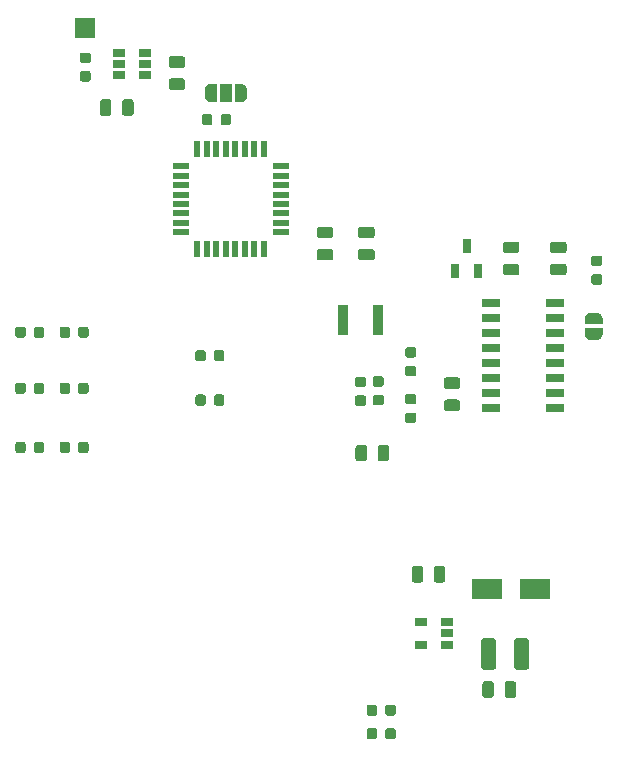
<source format=gbr>
G04 #@! TF.GenerationSoftware,KiCad,Pcbnew,(5.1.5)-3*
G04 #@! TF.CreationDate,2020-03-19T10:51:44+02:00*
G04 #@! TF.ProjectId,SeamlessVision,5365616d-6c65-4737-9356-6973696f6e2e,rev?*
G04 #@! TF.SameCoordinates,Original*
G04 #@! TF.FileFunction,Soldermask,Top*
G04 #@! TF.FilePolarity,Negative*
%FSLAX46Y46*%
G04 Gerber Fmt 4.6, Leading zero omitted, Abs format (unit mm)*
G04 Created by KiCad (PCBNEW (5.1.5)-3) date 2020-03-19 10:51:44*
%MOMM*%
%LPD*%
G04 APERTURE LIST*
%ADD10C,0.100000*%
%ADD11R,2.500000X1.800000*%
%ADD12R,1.550000X0.700000*%
%ADD13R,1.475000X0.600000*%
%ADD14R,0.600000X1.475000*%
%ADD15R,1.000000X1.500000*%
%ADD16R,0.900000X2.500000*%
%ADD17R,0.650000X1.200000*%
%ADD18R,1.060000X0.650000*%
%ADD19R,1.700000X1.700000*%
G04 APERTURE END LIST*
D10*
G36*
X55002691Y-102526053D02*
G01*
X55023926Y-102529203D01*
X55044750Y-102534419D01*
X55064962Y-102541651D01*
X55084368Y-102550830D01*
X55102781Y-102561866D01*
X55120024Y-102574654D01*
X55135930Y-102589070D01*
X55150346Y-102604976D01*
X55163134Y-102622219D01*
X55174170Y-102640632D01*
X55183349Y-102660038D01*
X55190581Y-102680250D01*
X55195797Y-102701074D01*
X55198947Y-102722309D01*
X55200000Y-102743750D01*
X55200000Y-103256250D01*
X55198947Y-103277691D01*
X55195797Y-103298926D01*
X55190581Y-103319750D01*
X55183349Y-103339962D01*
X55174170Y-103359368D01*
X55163134Y-103377781D01*
X55150346Y-103395024D01*
X55135930Y-103410930D01*
X55120024Y-103425346D01*
X55102781Y-103438134D01*
X55084368Y-103449170D01*
X55064962Y-103458349D01*
X55044750Y-103465581D01*
X55023926Y-103470797D01*
X55002691Y-103473947D01*
X54981250Y-103475000D01*
X54543750Y-103475000D01*
X54522309Y-103473947D01*
X54501074Y-103470797D01*
X54480250Y-103465581D01*
X54460038Y-103458349D01*
X54440632Y-103449170D01*
X54422219Y-103438134D01*
X54404976Y-103425346D01*
X54389070Y-103410930D01*
X54374654Y-103395024D01*
X54361866Y-103377781D01*
X54350830Y-103359368D01*
X54341651Y-103339962D01*
X54334419Y-103319750D01*
X54329203Y-103298926D01*
X54326053Y-103277691D01*
X54325000Y-103256250D01*
X54325000Y-102743750D01*
X54326053Y-102722309D01*
X54329203Y-102701074D01*
X54334419Y-102680250D01*
X54341651Y-102660038D01*
X54350830Y-102640632D01*
X54361866Y-102622219D01*
X54374654Y-102604976D01*
X54389070Y-102589070D01*
X54404976Y-102574654D01*
X54422219Y-102561866D01*
X54440632Y-102550830D01*
X54460038Y-102541651D01*
X54480250Y-102534419D01*
X54501074Y-102529203D01*
X54522309Y-102526053D01*
X54543750Y-102525000D01*
X54981250Y-102525000D01*
X55002691Y-102526053D01*
G37*
G36*
X56577691Y-102526053D02*
G01*
X56598926Y-102529203D01*
X56619750Y-102534419D01*
X56639962Y-102541651D01*
X56659368Y-102550830D01*
X56677781Y-102561866D01*
X56695024Y-102574654D01*
X56710930Y-102589070D01*
X56725346Y-102604976D01*
X56738134Y-102622219D01*
X56749170Y-102640632D01*
X56758349Y-102660038D01*
X56765581Y-102680250D01*
X56770797Y-102701074D01*
X56773947Y-102722309D01*
X56775000Y-102743750D01*
X56775000Y-103256250D01*
X56773947Y-103277691D01*
X56770797Y-103298926D01*
X56765581Y-103319750D01*
X56758349Y-103339962D01*
X56749170Y-103359368D01*
X56738134Y-103377781D01*
X56725346Y-103395024D01*
X56710930Y-103410930D01*
X56695024Y-103425346D01*
X56677781Y-103438134D01*
X56659368Y-103449170D01*
X56639962Y-103458349D01*
X56619750Y-103465581D01*
X56598926Y-103470797D01*
X56577691Y-103473947D01*
X56556250Y-103475000D01*
X56118750Y-103475000D01*
X56097309Y-103473947D01*
X56076074Y-103470797D01*
X56055250Y-103465581D01*
X56035038Y-103458349D01*
X56015632Y-103449170D01*
X55997219Y-103438134D01*
X55979976Y-103425346D01*
X55964070Y-103410930D01*
X55949654Y-103395024D01*
X55936866Y-103377781D01*
X55925830Y-103359368D01*
X55916651Y-103339962D01*
X55909419Y-103319750D01*
X55904203Y-103298926D01*
X55901053Y-103277691D01*
X55900000Y-103256250D01*
X55900000Y-102743750D01*
X55901053Y-102722309D01*
X55904203Y-102701074D01*
X55909419Y-102680250D01*
X55916651Y-102660038D01*
X55925830Y-102640632D01*
X55936866Y-102622219D01*
X55949654Y-102604976D01*
X55964070Y-102589070D01*
X55979976Y-102574654D01*
X55997219Y-102561866D01*
X56015632Y-102550830D01*
X56035038Y-102541651D01*
X56055250Y-102534419D01*
X56076074Y-102529203D01*
X56097309Y-102526053D01*
X56118750Y-102525000D01*
X56556250Y-102525000D01*
X56577691Y-102526053D01*
G37*
G36*
X69527691Y-126313553D02*
G01*
X69548926Y-126316703D01*
X69569750Y-126321919D01*
X69589962Y-126329151D01*
X69609368Y-126338330D01*
X69627781Y-126349366D01*
X69645024Y-126362154D01*
X69660930Y-126376570D01*
X69675346Y-126392476D01*
X69688134Y-126409719D01*
X69699170Y-126428132D01*
X69708349Y-126447538D01*
X69715581Y-126467750D01*
X69720797Y-126488574D01*
X69723947Y-126509809D01*
X69725000Y-126531250D01*
X69725000Y-126968750D01*
X69723947Y-126990191D01*
X69720797Y-127011426D01*
X69715581Y-127032250D01*
X69708349Y-127052462D01*
X69699170Y-127071868D01*
X69688134Y-127090281D01*
X69675346Y-127107524D01*
X69660930Y-127123430D01*
X69645024Y-127137846D01*
X69627781Y-127150634D01*
X69609368Y-127161670D01*
X69589962Y-127170849D01*
X69569750Y-127178081D01*
X69548926Y-127183297D01*
X69527691Y-127186447D01*
X69506250Y-127187500D01*
X68993750Y-127187500D01*
X68972309Y-127186447D01*
X68951074Y-127183297D01*
X68930250Y-127178081D01*
X68910038Y-127170849D01*
X68890632Y-127161670D01*
X68872219Y-127150634D01*
X68854976Y-127137846D01*
X68839070Y-127123430D01*
X68824654Y-127107524D01*
X68811866Y-127090281D01*
X68800830Y-127071868D01*
X68791651Y-127052462D01*
X68784419Y-127032250D01*
X68779203Y-127011426D01*
X68776053Y-126990191D01*
X68775000Y-126968750D01*
X68775000Y-126531250D01*
X68776053Y-126509809D01*
X68779203Y-126488574D01*
X68784419Y-126467750D01*
X68791651Y-126447538D01*
X68800830Y-126428132D01*
X68811866Y-126409719D01*
X68824654Y-126392476D01*
X68839070Y-126376570D01*
X68854976Y-126362154D01*
X68872219Y-126349366D01*
X68890632Y-126338330D01*
X68910038Y-126329151D01*
X68930250Y-126321919D01*
X68951074Y-126316703D01*
X68972309Y-126313553D01*
X68993750Y-126312500D01*
X69506250Y-126312500D01*
X69527691Y-126313553D01*
G37*
G36*
X69527691Y-124738553D02*
G01*
X69548926Y-124741703D01*
X69569750Y-124746919D01*
X69589962Y-124754151D01*
X69609368Y-124763330D01*
X69627781Y-124774366D01*
X69645024Y-124787154D01*
X69660930Y-124801570D01*
X69675346Y-124817476D01*
X69688134Y-124834719D01*
X69699170Y-124853132D01*
X69708349Y-124872538D01*
X69715581Y-124892750D01*
X69720797Y-124913574D01*
X69723947Y-124934809D01*
X69725000Y-124956250D01*
X69725000Y-125393750D01*
X69723947Y-125415191D01*
X69720797Y-125436426D01*
X69715581Y-125457250D01*
X69708349Y-125477462D01*
X69699170Y-125496868D01*
X69688134Y-125515281D01*
X69675346Y-125532524D01*
X69660930Y-125548430D01*
X69645024Y-125562846D01*
X69627781Y-125575634D01*
X69609368Y-125586670D01*
X69589962Y-125595849D01*
X69569750Y-125603081D01*
X69548926Y-125608297D01*
X69527691Y-125611447D01*
X69506250Y-125612500D01*
X68993750Y-125612500D01*
X68972309Y-125611447D01*
X68951074Y-125608297D01*
X68930250Y-125603081D01*
X68910038Y-125595849D01*
X68890632Y-125586670D01*
X68872219Y-125575634D01*
X68854976Y-125562846D01*
X68839070Y-125548430D01*
X68824654Y-125532524D01*
X68811866Y-125515281D01*
X68800830Y-125496868D01*
X68791651Y-125477462D01*
X68784419Y-125457250D01*
X68779203Y-125436426D01*
X68776053Y-125415191D01*
X68775000Y-125393750D01*
X68775000Y-124956250D01*
X68776053Y-124934809D01*
X68779203Y-124913574D01*
X68784419Y-124892750D01*
X68791651Y-124872538D01*
X68800830Y-124853132D01*
X68811866Y-124834719D01*
X68824654Y-124817476D01*
X68839070Y-124801570D01*
X68854976Y-124787154D01*
X68872219Y-124774366D01*
X68890632Y-124763330D01*
X68910038Y-124754151D01*
X68930250Y-124746919D01*
X68951074Y-124741703D01*
X68972309Y-124738553D01*
X68993750Y-124737500D01*
X69506250Y-124737500D01*
X69527691Y-124738553D01*
G37*
G36*
X70527691Y-154526053D02*
G01*
X70548926Y-154529203D01*
X70569750Y-154534419D01*
X70589962Y-154541651D01*
X70609368Y-154550830D01*
X70627781Y-154561866D01*
X70645024Y-154574654D01*
X70660930Y-154589070D01*
X70675346Y-154604976D01*
X70688134Y-154622219D01*
X70699170Y-154640632D01*
X70708349Y-154660038D01*
X70715581Y-154680250D01*
X70720797Y-154701074D01*
X70723947Y-154722309D01*
X70725000Y-154743750D01*
X70725000Y-155256250D01*
X70723947Y-155277691D01*
X70720797Y-155298926D01*
X70715581Y-155319750D01*
X70708349Y-155339962D01*
X70699170Y-155359368D01*
X70688134Y-155377781D01*
X70675346Y-155395024D01*
X70660930Y-155410930D01*
X70645024Y-155425346D01*
X70627781Y-155438134D01*
X70609368Y-155449170D01*
X70589962Y-155458349D01*
X70569750Y-155465581D01*
X70548926Y-155470797D01*
X70527691Y-155473947D01*
X70506250Y-155475000D01*
X70068750Y-155475000D01*
X70047309Y-155473947D01*
X70026074Y-155470797D01*
X70005250Y-155465581D01*
X69985038Y-155458349D01*
X69965632Y-155449170D01*
X69947219Y-155438134D01*
X69929976Y-155425346D01*
X69914070Y-155410930D01*
X69899654Y-155395024D01*
X69886866Y-155377781D01*
X69875830Y-155359368D01*
X69866651Y-155339962D01*
X69859419Y-155319750D01*
X69854203Y-155298926D01*
X69851053Y-155277691D01*
X69850000Y-155256250D01*
X69850000Y-154743750D01*
X69851053Y-154722309D01*
X69854203Y-154701074D01*
X69859419Y-154680250D01*
X69866651Y-154660038D01*
X69875830Y-154640632D01*
X69886866Y-154622219D01*
X69899654Y-154604976D01*
X69914070Y-154589070D01*
X69929976Y-154574654D01*
X69947219Y-154561866D01*
X69965632Y-154550830D01*
X69985038Y-154541651D01*
X70005250Y-154534419D01*
X70026074Y-154529203D01*
X70047309Y-154526053D01*
X70068750Y-154525000D01*
X70506250Y-154525000D01*
X70527691Y-154526053D01*
G37*
G36*
X68952691Y-154526053D02*
G01*
X68973926Y-154529203D01*
X68994750Y-154534419D01*
X69014962Y-154541651D01*
X69034368Y-154550830D01*
X69052781Y-154561866D01*
X69070024Y-154574654D01*
X69085930Y-154589070D01*
X69100346Y-154604976D01*
X69113134Y-154622219D01*
X69124170Y-154640632D01*
X69133349Y-154660038D01*
X69140581Y-154680250D01*
X69145797Y-154701074D01*
X69148947Y-154722309D01*
X69150000Y-154743750D01*
X69150000Y-155256250D01*
X69148947Y-155277691D01*
X69145797Y-155298926D01*
X69140581Y-155319750D01*
X69133349Y-155339962D01*
X69124170Y-155359368D01*
X69113134Y-155377781D01*
X69100346Y-155395024D01*
X69085930Y-155410930D01*
X69070024Y-155425346D01*
X69052781Y-155438134D01*
X69034368Y-155449170D01*
X69014962Y-155458349D01*
X68994750Y-155465581D01*
X68973926Y-155470797D01*
X68952691Y-155473947D01*
X68931250Y-155475000D01*
X68493750Y-155475000D01*
X68472309Y-155473947D01*
X68451074Y-155470797D01*
X68430250Y-155465581D01*
X68410038Y-155458349D01*
X68390632Y-155449170D01*
X68372219Y-155438134D01*
X68354976Y-155425346D01*
X68339070Y-155410930D01*
X68324654Y-155395024D01*
X68311866Y-155377781D01*
X68300830Y-155359368D01*
X68291651Y-155339962D01*
X68284419Y-155319750D01*
X68279203Y-155298926D01*
X68276053Y-155277691D01*
X68275000Y-155256250D01*
X68275000Y-154743750D01*
X68276053Y-154722309D01*
X68279203Y-154701074D01*
X68284419Y-154680250D01*
X68291651Y-154660038D01*
X68300830Y-154640632D01*
X68311866Y-154622219D01*
X68324654Y-154604976D01*
X68339070Y-154589070D01*
X68354976Y-154574654D01*
X68372219Y-154561866D01*
X68390632Y-154550830D01*
X68410038Y-154541651D01*
X68430250Y-154534419D01*
X68451074Y-154529203D01*
X68472309Y-154526053D01*
X68493750Y-154525000D01*
X68931250Y-154525000D01*
X68952691Y-154526053D01*
G37*
G36*
X70527691Y-152526053D02*
G01*
X70548926Y-152529203D01*
X70569750Y-152534419D01*
X70589962Y-152541651D01*
X70609368Y-152550830D01*
X70627781Y-152561866D01*
X70645024Y-152574654D01*
X70660930Y-152589070D01*
X70675346Y-152604976D01*
X70688134Y-152622219D01*
X70699170Y-152640632D01*
X70708349Y-152660038D01*
X70715581Y-152680250D01*
X70720797Y-152701074D01*
X70723947Y-152722309D01*
X70725000Y-152743750D01*
X70725000Y-153256250D01*
X70723947Y-153277691D01*
X70720797Y-153298926D01*
X70715581Y-153319750D01*
X70708349Y-153339962D01*
X70699170Y-153359368D01*
X70688134Y-153377781D01*
X70675346Y-153395024D01*
X70660930Y-153410930D01*
X70645024Y-153425346D01*
X70627781Y-153438134D01*
X70609368Y-153449170D01*
X70589962Y-153458349D01*
X70569750Y-153465581D01*
X70548926Y-153470797D01*
X70527691Y-153473947D01*
X70506250Y-153475000D01*
X70068750Y-153475000D01*
X70047309Y-153473947D01*
X70026074Y-153470797D01*
X70005250Y-153465581D01*
X69985038Y-153458349D01*
X69965632Y-153449170D01*
X69947219Y-153438134D01*
X69929976Y-153425346D01*
X69914070Y-153410930D01*
X69899654Y-153395024D01*
X69886866Y-153377781D01*
X69875830Y-153359368D01*
X69866651Y-153339962D01*
X69859419Y-153319750D01*
X69854203Y-153298926D01*
X69851053Y-153277691D01*
X69850000Y-153256250D01*
X69850000Y-152743750D01*
X69851053Y-152722309D01*
X69854203Y-152701074D01*
X69859419Y-152680250D01*
X69866651Y-152660038D01*
X69875830Y-152640632D01*
X69886866Y-152622219D01*
X69899654Y-152604976D01*
X69914070Y-152589070D01*
X69929976Y-152574654D01*
X69947219Y-152561866D01*
X69965632Y-152550830D01*
X69985038Y-152541651D01*
X70005250Y-152534419D01*
X70026074Y-152529203D01*
X70047309Y-152526053D01*
X70068750Y-152525000D01*
X70506250Y-152525000D01*
X70527691Y-152526053D01*
G37*
G36*
X68952691Y-152526053D02*
G01*
X68973926Y-152529203D01*
X68994750Y-152534419D01*
X69014962Y-152541651D01*
X69034368Y-152550830D01*
X69052781Y-152561866D01*
X69070024Y-152574654D01*
X69085930Y-152589070D01*
X69100346Y-152604976D01*
X69113134Y-152622219D01*
X69124170Y-152640632D01*
X69133349Y-152660038D01*
X69140581Y-152680250D01*
X69145797Y-152701074D01*
X69148947Y-152722309D01*
X69150000Y-152743750D01*
X69150000Y-153256250D01*
X69148947Y-153277691D01*
X69145797Y-153298926D01*
X69140581Y-153319750D01*
X69133349Y-153339962D01*
X69124170Y-153359368D01*
X69113134Y-153377781D01*
X69100346Y-153395024D01*
X69085930Y-153410930D01*
X69070024Y-153425346D01*
X69052781Y-153438134D01*
X69034368Y-153449170D01*
X69014962Y-153458349D01*
X68994750Y-153465581D01*
X68973926Y-153470797D01*
X68952691Y-153473947D01*
X68931250Y-153475000D01*
X68493750Y-153475000D01*
X68472309Y-153473947D01*
X68451074Y-153470797D01*
X68430250Y-153465581D01*
X68410038Y-153458349D01*
X68390632Y-153449170D01*
X68372219Y-153438134D01*
X68354976Y-153425346D01*
X68339070Y-153410930D01*
X68324654Y-153395024D01*
X68311866Y-153377781D01*
X68300830Y-153359368D01*
X68291651Y-153339962D01*
X68284419Y-153319750D01*
X68279203Y-153298926D01*
X68276053Y-153277691D01*
X68275000Y-153256250D01*
X68275000Y-152743750D01*
X68276053Y-152722309D01*
X68279203Y-152701074D01*
X68284419Y-152680250D01*
X68291651Y-152660038D01*
X68300830Y-152640632D01*
X68311866Y-152622219D01*
X68324654Y-152604976D01*
X68339070Y-152589070D01*
X68354976Y-152574654D01*
X68372219Y-152561866D01*
X68390632Y-152550830D01*
X68410038Y-152541651D01*
X68430250Y-152534419D01*
X68451074Y-152529203D01*
X68472309Y-152526053D01*
X68493750Y-152525000D01*
X68931250Y-152525000D01*
X68952691Y-152526053D01*
G37*
G36*
X40777691Y-120526053D02*
G01*
X40798926Y-120529203D01*
X40819750Y-120534419D01*
X40839962Y-120541651D01*
X40859368Y-120550830D01*
X40877781Y-120561866D01*
X40895024Y-120574654D01*
X40910930Y-120589070D01*
X40925346Y-120604976D01*
X40938134Y-120622219D01*
X40949170Y-120640632D01*
X40958349Y-120660038D01*
X40965581Y-120680250D01*
X40970797Y-120701074D01*
X40973947Y-120722309D01*
X40975000Y-120743750D01*
X40975000Y-121256250D01*
X40973947Y-121277691D01*
X40970797Y-121298926D01*
X40965581Y-121319750D01*
X40958349Y-121339962D01*
X40949170Y-121359368D01*
X40938134Y-121377781D01*
X40925346Y-121395024D01*
X40910930Y-121410930D01*
X40895024Y-121425346D01*
X40877781Y-121438134D01*
X40859368Y-121449170D01*
X40839962Y-121458349D01*
X40819750Y-121465581D01*
X40798926Y-121470797D01*
X40777691Y-121473947D01*
X40756250Y-121475000D01*
X40318750Y-121475000D01*
X40297309Y-121473947D01*
X40276074Y-121470797D01*
X40255250Y-121465581D01*
X40235038Y-121458349D01*
X40215632Y-121449170D01*
X40197219Y-121438134D01*
X40179976Y-121425346D01*
X40164070Y-121410930D01*
X40149654Y-121395024D01*
X40136866Y-121377781D01*
X40125830Y-121359368D01*
X40116651Y-121339962D01*
X40109419Y-121319750D01*
X40104203Y-121298926D01*
X40101053Y-121277691D01*
X40100000Y-121256250D01*
X40100000Y-120743750D01*
X40101053Y-120722309D01*
X40104203Y-120701074D01*
X40109419Y-120680250D01*
X40116651Y-120660038D01*
X40125830Y-120640632D01*
X40136866Y-120622219D01*
X40149654Y-120604976D01*
X40164070Y-120589070D01*
X40179976Y-120574654D01*
X40197219Y-120561866D01*
X40215632Y-120550830D01*
X40235038Y-120541651D01*
X40255250Y-120534419D01*
X40276074Y-120529203D01*
X40297309Y-120526053D01*
X40318750Y-120525000D01*
X40756250Y-120525000D01*
X40777691Y-120526053D01*
G37*
G36*
X39202691Y-120526053D02*
G01*
X39223926Y-120529203D01*
X39244750Y-120534419D01*
X39264962Y-120541651D01*
X39284368Y-120550830D01*
X39302781Y-120561866D01*
X39320024Y-120574654D01*
X39335930Y-120589070D01*
X39350346Y-120604976D01*
X39363134Y-120622219D01*
X39374170Y-120640632D01*
X39383349Y-120660038D01*
X39390581Y-120680250D01*
X39395797Y-120701074D01*
X39398947Y-120722309D01*
X39400000Y-120743750D01*
X39400000Y-121256250D01*
X39398947Y-121277691D01*
X39395797Y-121298926D01*
X39390581Y-121319750D01*
X39383349Y-121339962D01*
X39374170Y-121359368D01*
X39363134Y-121377781D01*
X39350346Y-121395024D01*
X39335930Y-121410930D01*
X39320024Y-121425346D01*
X39302781Y-121438134D01*
X39284368Y-121449170D01*
X39264962Y-121458349D01*
X39244750Y-121465581D01*
X39223926Y-121470797D01*
X39202691Y-121473947D01*
X39181250Y-121475000D01*
X38743750Y-121475000D01*
X38722309Y-121473947D01*
X38701074Y-121470797D01*
X38680250Y-121465581D01*
X38660038Y-121458349D01*
X38640632Y-121449170D01*
X38622219Y-121438134D01*
X38604976Y-121425346D01*
X38589070Y-121410930D01*
X38574654Y-121395024D01*
X38561866Y-121377781D01*
X38550830Y-121359368D01*
X38541651Y-121339962D01*
X38534419Y-121319750D01*
X38529203Y-121298926D01*
X38526053Y-121277691D01*
X38525000Y-121256250D01*
X38525000Y-120743750D01*
X38526053Y-120722309D01*
X38529203Y-120701074D01*
X38534419Y-120680250D01*
X38541651Y-120660038D01*
X38550830Y-120640632D01*
X38561866Y-120622219D01*
X38574654Y-120604976D01*
X38589070Y-120589070D01*
X38604976Y-120574654D01*
X38622219Y-120561866D01*
X38640632Y-120550830D01*
X38660038Y-120541651D01*
X38680250Y-120534419D01*
X38701074Y-120529203D01*
X38722309Y-120526053D01*
X38743750Y-120525000D01*
X39181250Y-120525000D01*
X39202691Y-120526053D01*
G37*
G36*
X40777691Y-125276053D02*
G01*
X40798926Y-125279203D01*
X40819750Y-125284419D01*
X40839962Y-125291651D01*
X40859368Y-125300830D01*
X40877781Y-125311866D01*
X40895024Y-125324654D01*
X40910930Y-125339070D01*
X40925346Y-125354976D01*
X40938134Y-125372219D01*
X40949170Y-125390632D01*
X40958349Y-125410038D01*
X40965581Y-125430250D01*
X40970797Y-125451074D01*
X40973947Y-125472309D01*
X40975000Y-125493750D01*
X40975000Y-126006250D01*
X40973947Y-126027691D01*
X40970797Y-126048926D01*
X40965581Y-126069750D01*
X40958349Y-126089962D01*
X40949170Y-126109368D01*
X40938134Y-126127781D01*
X40925346Y-126145024D01*
X40910930Y-126160930D01*
X40895024Y-126175346D01*
X40877781Y-126188134D01*
X40859368Y-126199170D01*
X40839962Y-126208349D01*
X40819750Y-126215581D01*
X40798926Y-126220797D01*
X40777691Y-126223947D01*
X40756250Y-126225000D01*
X40318750Y-126225000D01*
X40297309Y-126223947D01*
X40276074Y-126220797D01*
X40255250Y-126215581D01*
X40235038Y-126208349D01*
X40215632Y-126199170D01*
X40197219Y-126188134D01*
X40179976Y-126175346D01*
X40164070Y-126160930D01*
X40149654Y-126145024D01*
X40136866Y-126127781D01*
X40125830Y-126109368D01*
X40116651Y-126089962D01*
X40109419Y-126069750D01*
X40104203Y-126048926D01*
X40101053Y-126027691D01*
X40100000Y-126006250D01*
X40100000Y-125493750D01*
X40101053Y-125472309D01*
X40104203Y-125451074D01*
X40109419Y-125430250D01*
X40116651Y-125410038D01*
X40125830Y-125390632D01*
X40136866Y-125372219D01*
X40149654Y-125354976D01*
X40164070Y-125339070D01*
X40179976Y-125324654D01*
X40197219Y-125311866D01*
X40215632Y-125300830D01*
X40235038Y-125291651D01*
X40255250Y-125284419D01*
X40276074Y-125279203D01*
X40297309Y-125276053D01*
X40318750Y-125275000D01*
X40756250Y-125275000D01*
X40777691Y-125276053D01*
G37*
G36*
X39202691Y-125276053D02*
G01*
X39223926Y-125279203D01*
X39244750Y-125284419D01*
X39264962Y-125291651D01*
X39284368Y-125300830D01*
X39302781Y-125311866D01*
X39320024Y-125324654D01*
X39335930Y-125339070D01*
X39350346Y-125354976D01*
X39363134Y-125372219D01*
X39374170Y-125390632D01*
X39383349Y-125410038D01*
X39390581Y-125430250D01*
X39395797Y-125451074D01*
X39398947Y-125472309D01*
X39400000Y-125493750D01*
X39400000Y-126006250D01*
X39398947Y-126027691D01*
X39395797Y-126048926D01*
X39390581Y-126069750D01*
X39383349Y-126089962D01*
X39374170Y-126109368D01*
X39363134Y-126127781D01*
X39350346Y-126145024D01*
X39335930Y-126160930D01*
X39320024Y-126175346D01*
X39302781Y-126188134D01*
X39284368Y-126199170D01*
X39264962Y-126208349D01*
X39244750Y-126215581D01*
X39223926Y-126220797D01*
X39202691Y-126223947D01*
X39181250Y-126225000D01*
X38743750Y-126225000D01*
X38722309Y-126223947D01*
X38701074Y-126220797D01*
X38680250Y-126215581D01*
X38660038Y-126208349D01*
X38640632Y-126199170D01*
X38622219Y-126188134D01*
X38604976Y-126175346D01*
X38589070Y-126160930D01*
X38574654Y-126145024D01*
X38561866Y-126127781D01*
X38550830Y-126109368D01*
X38541651Y-126089962D01*
X38534419Y-126069750D01*
X38529203Y-126048926D01*
X38526053Y-126027691D01*
X38525000Y-126006250D01*
X38525000Y-125493750D01*
X38526053Y-125472309D01*
X38529203Y-125451074D01*
X38534419Y-125430250D01*
X38541651Y-125410038D01*
X38550830Y-125390632D01*
X38561866Y-125372219D01*
X38574654Y-125354976D01*
X38589070Y-125339070D01*
X38604976Y-125324654D01*
X38622219Y-125311866D01*
X38640632Y-125300830D01*
X38660038Y-125291651D01*
X38680250Y-125284419D01*
X38701074Y-125279203D01*
X38722309Y-125276053D01*
X38743750Y-125275000D01*
X39181250Y-125275000D01*
X39202691Y-125276053D01*
G37*
G36*
X39202691Y-130276053D02*
G01*
X39223926Y-130279203D01*
X39244750Y-130284419D01*
X39264962Y-130291651D01*
X39284368Y-130300830D01*
X39302781Y-130311866D01*
X39320024Y-130324654D01*
X39335930Y-130339070D01*
X39350346Y-130354976D01*
X39363134Y-130372219D01*
X39374170Y-130390632D01*
X39383349Y-130410038D01*
X39390581Y-130430250D01*
X39395797Y-130451074D01*
X39398947Y-130472309D01*
X39400000Y-130493750D01*
X39400000Y-131006250D01*
X39398947Y-131027691D01*
X39395797Y-131048926D01*
X39390581Y-131069750D01*
X39383349Y-131089962D01*
X39374170Y-131109368D01*
X39363134Y-131127781D01*
X39350346Y-131145024D01*
X39335930Y-131160930D01*
X39320024Y-131175346D01*
X39302781Y-131188134D01*
X39284368Y-131199170D01*
X39264962Y-131208349D01*
X39244750Y-131215581D01*
X39223926Y-131220797D01*
X39202691Y-131223947D01*
X39181250Y-131225000D01*
X38743750Y-131225000D01*
X38722309Y-131223947D01*
X38701074Y-131220797D01*
X38680250Y-131215581D01*
X38660038Y-131208349D01*
X38640632Y-131199170D01*
X38622219Y-131188134D01*
X38604976Y-131175346D01*
X38589070Y-131160930D01*
X38574654Y-131145024D01*
X38561866Y-131127781D01*
X38550830Y-131109368D01*
X38541651Y-131089962D01*
X38534419Y-131069750D01*
X38529203Y-131048926D01*
X38526053Y-131027691D01*
X38525000Y-131006250D01*
X38525000Y-130493750D01*
X38526053Y-130472309D01*
X38529203Y-130451074D01*
X38534419Y-130430250D01*
X38541651Y-130410038D01*
X38550830Y-130390632D01*
X38561866Y-130372219D01*
X38574654Y-130354976D01*
X38589070Y-130339070D01*
X38604976Y-130324654D01*
X38622219Y-130311866D01*
X38640632Y-130300830D01*
X38660038Y-130291651D01*
X38680250Y-130284419D01*
X38701074Y-130279203D01*
X38722309Y-130276053D01*
X38743750Y-130275000D01*
X39181250Y-130275000D01*
X39202691Y-130276053D01*
G37*
G36*
X40777691Y-130276053D02*
G01*
X40798926Y-130279203D01*
X40819750Y-130284419D01*
X40839962Y-130291651D01*
X40859368Y-130300830D01*
X40877781Y-130311866D01*
X40895024Y-130324654D01*
X40910930Y-130339070D01*
X40925346Y-130354976D01*
X40938134Y-130372219D01*
X40949170Y-130390632D01*
X40958349Y-130410038D01*
X40965581Y-130430250D01*
X40970797Y-130451074D01*
X40973947Y-130472309D01*
X40975000Y-130493750D01*
X40975000Y-131006250D01*
X40973947Y-131027691D01*
X40970797Y-131048926D01*
X40965581Y-131069750D01*
X40958349Y-131089962D01*
X40949170Y-131109368D01*
X40938134Y-131127781D01*
X40925346Y-131145024D01*
X40910930Y-131160930D01*
X40895024Y-131175346D01*
X40877781Y-131188134D01*
X40859368Y-131199170D01*
X40839962Y-131208349D01*
X40819750Y-131215581D01*
X40798926Y-131220797D01*
X40777691Y-131223947D01*
X40756250Y-131225000D01*
X40318750Y-131225000D01*
X40297309Y-131223947D01*
X40276074Y-131220797D01*
X40255250Y-131215581D01*
X40235038Y-131208349D01*
X40215632Y-131199170D01*
X40197219Y-131188134D01*
X40179976Y-131175346D01*
X40164070Y-131160930D01*
X40149654Y-131145024D01*
X40136866Y-131127781D01*
X40125830Y-131109368D01*
X40116651Y-131089962D01*
X40109419Y-131069750D01*
X40104203Y-131048926D01*
X40101053Y-131027691D01*
X40100000Y-131006250D01*
X40100000Y-130493750D01*
X40101053Y-130472309D01*
X40104203Y-130451074D01*
X40109419Y-130430250D01*
X40116651Y-130410038D01*
X40125830Y-130390632D01*
X40136866Y-130372219D01*
X40149654Y-130354976D01*
X40164070Y-130339070D01*
X40179976Y-130324654D01*
X40197219Y-130311866D01*
X40215632Y-130300830D01*
X40235038Y-130291651D01*
X40255250Y-130284419D01*
X40276074Y-130279203D01*
X40297309Y-130276053D01*
X40318750Y-130275000D01*
X40756250Y-130275000D01*
X40777691Y-130276053D01*
G37*
G36*
X44527691Y-120526053D02*
G01*
X44548926Y-120529203D01*
X44569750Y-120534419D01*
X44589962Y-120541651D01*
X44609368Y-120550830D01*
X44627781Y-120561866D01*
X44645024Y-120574654D01*
X44660930Y-120589070D01*
X44675346Y-120604976D01*
X44688134Y-120622219D01*
X44699170Y-120640632D01*
X44708349Y-120660038D01*
X44715581Y-120680250D01*
X44720797Y-120701074D01*
X44723947Y-120722309D01*
X44725000Y-120743750D01*
X44725000Y-121256250D01*
X44723947Y-121277691D01*
X44720797Y-121298926D01*
X44715581Y-121319750D01*
X44708349Y-121339962D01*
X44699170Y-121359368D01*
X44688134Y-121377781D01*
X44675346Y-121395024D01*
X44660930Y-121410930D01*
X44645024Y-121425346D01*
X44627781Y-121438134D01*
X44609368Y-121449170D01*
X44589962Y-121458349D01*
X44569750Y-121465581D01*
X44548926Y-121470797D01*
X44527691Y-121473947D01*
X44506250Y-121475000D01*
X44068750Y-121475000D01*
X44047309Y-121473947D01*
X44026074Y-121470797D01*
X44005250Y-121465581D01*
X43985038Y-121458349D01*
X43965632Y-121449170D01*
X43947219Y-121438134D01*
X43929976Y-121425346D01*
X43914070Y-121410930D01*
X43899654Y-121395024D01*
X43886866Y-121377781D01*
X43875830Y-121359368D01*
X43866651Y-121339962D01*
X43859419Y-121319750D01*
X43854203Y-121298926D01*
X43851053Y-121277691D01*
X43850000Y-121256250D01*
X43850000Y-120743750D01*
X43851053Y-120722309D01*
X43854203Y-120701074D01*
X43859419Y-120680250D01*
X43866651Y-120660038D01*
X43875830Y-120640632D01*
X43886866Y-120622219D01*
X43899654Y-120604976D01*
X43914070Y-120589070D01*
X43929976Y-120574654D01*
X43947219Y-120561866D01*
X43965632Y-120550830D01*
X43985038Y-120541651D01*
X44005250Y-120534419D01*
X44026074Y-120529203D01*
X44047309Y-120526053D01*
X44068750Y-120525000D01*
X44506250Y-120525000D01*
X44527691Y-120526053D01*
G37*
G36*
X42952691Y-120526053D02*
G01*
X42973926Y-120529203D01*
X42994750Y-120534419D01*
X43014962Y-120541651D01*
X43034368Y-120550830D01*
X43052781Y-120561866D01*
X43070024Y-120574654D01*
X43085930Y-120589070D01*
X43100346Y-120604976D01*
X43113134Y-120622219D01*
X43124170Y-120640632D01*
X43133349Y-120660038D01*
X43140581Y-120680250D01*
X43145797Y-120701074D01*
X43148947Y-120722309D01*
X43150000Y-120743750D01*
X43150000Y-121256250D01*
X43148947Y-121277691D01*
X43145797Y-121298926D01*
X43140581Y-121319750D01*
X43133349Y-121339962D01*
X43124170Y-121359368D01*
X43113134Y-121377781D01*
X43100346Y-121395024D01*
X43085930Y-121410930D01*
X43070024Y-121425346D01*
X43052781Y-121438134D01*
X43034368Y-121449170D01*
X43014962Y-121458349D01*
X42994750Y-121465581D01*
X42973926Y-121470797D01*
X42952691Y-121473947D01*
X42931250Y-121475000D01*
X42493750Y-121475000D01*
X42472309Y-121473947D01*
X42451074Y-121470797D01*
X42430250Y-121465581D01*
X42410038Y-121458349D01*
X42390632Y-121449170D01*
X42372219Y-121438134D01*
X42354976Y-121425346D01*
X42339070Y-121410930D01*
X42324654Y-121395024D01*
X42311866Y-121377781D01*
X42300830Y-121359368D01*
X42291651Y-121339962D01*
X42284419Y-121319750D01*
X42279203Y-121298926D01*
X42276053Y-121277691D01*
X42275000Y-121256250D01*
X42275000Y-120743750D01*
X42276053Y-120722309D01*
X42279203Y-120701074D01*
X42284419Y-120680250D01*
X42291651Y-120660038D01*
X42300830Y-120640632D01*
X42311866Y-120622219D01*
X42324654Y-120604976D01*
X42339070Y-120589070D01*
X42354976Y-120574654D01*
X42372219Y-120561866D01*
X42390632Y-120550830D01*
X42410038Y-120541651D01*
X42430250Y-120534419D01*
X42451074Y-120529203D01*
X42472309Y-120526053D01*
X42493750Y-120525000D01*
X42931250Y-120525000D01*
X42952691Y-120526053D01*
G37*
G36*
X42952691Y-125276053D02*
G01*
X42973926Y-125279203D01*
X42994750Y-125284419D01*
X43014962Y-125291651D01*
X43034368Y-125300830D01*
X43052781Y-125311866D01*
X43070024Y-125324654D01*
X43085930Y-125339070D01*
X43100346Y-125354976D01*
X43113134Y-125372219D01*
X43124170Y-125390632D01*
X43133349Y-125410038D01*
X43140581Y-125430250D01*
X43145797Y-125451074D01*
X43148947Y-125472309D01*
X43150000Y-125493750D01*
X43150000Y-126006250D01*
X43148947Y-126027691D01*
X43145797Y-126048926D01*
X43140581Y-126069750D01*
X43133349Y-126089962D01*
X43124170Y-126109368D01*
X43113134Y-126127781D01*
X43100346Y-126145024D01*
X43085930Y-126160930D01*
X43070024Y-126175346D01*
X43052781Y-126188134D01*
X43034368Y-126199170D01*
X43014962Y-126208349D01*
X42994750Y-126215581D01*
X42973926Y-126220797D01*
X42952691Y-126223947D01*
X42931250Y-126225000D01*
X42493750Y-126225000D01*
X42472309Y-126223947D01*
X42451074Y-126220797D01*
X42430250Y-126215581D01*
X42410038Y-126208349D01*
X42390632Y-126199170D01*
X42372219Y-126188134D01*
X42354976Y-126175346D01*
X42339070Y-126160930D01*
X42324654Y-126145024D01*
X42311866Y-126127781D01*
X42300830Y-126109368D01*
X42291651Y-126089962D01*
X42284419Y-126069750D01*
X42279203Y-126048926D01*
X42276053Y-126027691D01*
X42275000Y-126006250D01*
X42275000Y-125493750D01*
X42276053Y-125472309D01*
X42279203Y-125451074D01*
X42284419Y-125430250D01*
X42291651Y-125410038D01*
X42300830Y-125390632D01*
X42311866Y-125372219D01*
X42324654Y-125354976D01*
X42339070Y-125339070D01*
X42354976Y-125324654D01*
X42372219Y-125311866D01*
X42390632Y-125300830D01*
X42410038Y-125291651D01*
X42430250Y-125284419D01*
X42451074Y-125279203D01*
X42472309Y-125276053D01*
X42493750Y-125275000D01*
X42931250Y-125275000D01*
X42952691Y-125276053D01*
G37*
G36*
X44527691Y-125276053D02*
G01*
X44548926Y-125279203D01*
X44569750Y-125284419D01*
X44589962Y-125291651D01*
X44609368Y-125300830D01*
X44627781Y-125311866D01*
X44645024Y-125324654D01*
X44660930Y-125339070D01*
X44675346Y-125354976D01*
X44688134Y-125372219D01*
X44699170Y-125390632D01*
X44708349Y-125410038D01*
X44715581Y-125430250D01*
X44720797Y-125451074D01*
X44723947Y-125472309D01*
X44725000Y-125493750D01*
X44725000Y-126006250D01*
X44723947Y-126027691D01*
X44720797Y-126048926D01*
X44715581Y-126069750D01*
X44708349Y-126089962D01*
X44699170Y-126109368D01*
X44688134Y-126127781D01*
X44675346Y-126145024D01*
X44660930Y-126160930D01*
X44645024Y-126175346D01*
X44627781Y-126188134D01*
X44609368Y-126199170D01*
X44589962Y-126208349D01*
X44569750Y-126215581D01*
X44548926Y-126220797D01*
X44527691Y-126223947D01*
X44506250Y-126225000D01*
X44068750Y-126225000D01*
X44047309Y-126223947D01*
X44026074Y-126220797D01*
X44005250Y-126215581D01*
X43985038Y-126208349D01*
X43965632Y-126199170D01*
X43947219Y-126188134D01*
X43929976Y-126175346D01*
X43914070Y-126160930D01*
X43899654Y-126145024D01*
X43886866Y-126127781D01*
X43875830Y-126109368D01*
X43866651Y-126089962D01*
X43859419Y-126069750D01*
X43854203Y-126048926D01*
X43851053Y-126027691D01*
X43850000Y-126006250D01*
X43850000Y-125493750D01*
X43851053Y-125472309D01*
X43854203Y-125451074D01*
X43859419Y-125430250D01*
X43866651Y-125410038D01*
X43875830Y-125390632D01*
X43886866Y-125372219D01*
X43899654Y-125354976D01*
X43914070Y-125339070D01*
X43929976Y-125324654D01*
X43947219Y-125311866D01*
X43965632Y-125300830D01*
X43985038Y-125291651D01*
X44005250Y-125284419D01*
X44026074Y-125279203D01*
X44047309Y-125276053D01*
X44068750Y-125275000D01*
X44506250Y-125275000D01*
X44527691Y-125276053D01*
G37*
G36*
X42952691Y-130276053D02*
G01*
X42973926Y-130279203D01*
X42994750Y-130284419D01*
X43014962Y-130291651D01*
X43034368Y-130300830D01*
X43052781Y-130311866D01*
X43070024Y-130324654D01*
X43085930Y-130339070D01*
X43100346Y-130354976D01*
X43113134Y-130372219D01*
X43124170Y-130390632D01*
X43133349Y-130410038D01*
X43140581Y-130430250D01*
X43145797Y-130451074D01*
X43148947Y-130472309D01*
X43150000Y-130493750D01*
X43150000Y-131006250D01*
X43148947Y-131027691D01*
X43145797Y-131048926D01*
X43140581Y-131069750D01*
X43133349Y-131089962D01*
X43124170Y-131109368D01*
X43113134Y-131127781D01*
X43100346Y-131145024D01*
X43085930Y-131160930D01*
X43070024Y-131175346D01*
X43052781Y-131188134D01*
X43034368Y-131199170D01*
X43014962Y-131208349D01*
X42994750Y-131215581D01*
X42973926Y-131220797D01*
X42952691Y-131223947D01*
X42931250Y-131225000D01*
X42493750Y-131225000D01*
X42472309Y-131223947D01*
X42451074Y-131220797D01*
X42430250Y-131215581D01*
X42410038Y-131208349D01*
X42390632Y-131199170D01*
X42372219Y-131188134D01*
X42354976Y-131175346D01*
X42339070Y-131160930D01*
X42324654Y-131145024D01*
X42311866Y-131127781D01*
X42300830Y-131109368D01*
X42291651Y-131089962D01*
X42284419Y-131069750D01*
X42279203Y-131048926D01*
X42276053Y-131027691D01*
X42275000Y-131006250D01*
X42275000Y-130493750D01*
X42276053Y-130472309D01*
X42279203Y-130451074D01*
X42284419Y-130430250D01*
X42291651Y-130410038D01*
X42300830Y-130390632D01*
X42311866Y-130372219D01*
X42324654Y-130354976D01*
X42339070Y-130339070D01*
X42354976Y-130324654D01*
X42372219Y-130311866D01*
X42390632Y-130300830D01*
X42410038Y-130291651D01*
X42430250Y-130284419D01*
X42451074Y-130279203D01*
X42472309Y-130276053D01*
X42493750Y-130275000D01*
X42931250Y-130275000D01*
X42952691Y-130276053D01*
G37*
G36*
X44527691Y-130276053D02*
G01*
X44548926Y-130279203D01*
X44569750Y-130284419D01*
X44589962Y-130291651D01*
X44609368Y-130300830D01*
X44627781Y-130311866D01*
X44645024Y-130324654D01*
X44660930Y-130339070D01*
X44675346Y-130354976D01*
X44688134Y-130372219D01*
X44699170Y-130390632D01*
X44708349Y-130410038D01*
X44715581Y-130430250D01*
X44720797Y-130451074D01*
X44723947Y-130472309D01*
X44725000Y-130493750D01*
X44725000Y-131006250D01*
X44723947Y-131027691D01*
X44720797Y-131048926D01*
X44715581Y-131069750D01*
X44708349Y-131089962D01*
X44699170Y-131109368D01*
X44688134Y-131127781D01*
X44675346Y-131145024D01*
X44660930Y-131160930D01*
X44645024Y-131175346D01*
X44627781Y-131188134D01*
X44609368Y-131199170D01*
X44589962Y-131208349D01*
X44569750Y-131215581D01*
X44548926Y-131220797D01*
X44527691Y-131223947D01*
X44506250Y-131225000D01*
X44068750Y-131225000D01*
X44047309Y-131223947D01*
X44026074Y-131220797D01*
X44005250Y-131215581D01*
X43985038Y-131208349D01*
X43965632Y-131199170D01*
X43947219Y-131188134D01*
X43929976Y-131175346D01*
X43914070Y-131160930D01*
X43899654Y-131145024D01*
X43886866Y-131127781D01*
X43875830Y-131109368D01*
X43866651Y-131089962D01*
X43859419Y-131069750D01*
X43854203Y-131048926D01*
X43851053Y-131027691D01*
X43850000Y-131006250D01*
X43850000Y-130493750D01*
X43851053Y-130472309D01*
X43854203Y-130451074D01*
X43859419Y-130430250D01*
X43866651Y-130410038D01*
X43875830Y-130390632D01*
X43886866Y-130372219D01*
X43899654Y-130354976D01*
X43914070Y-130339070D01*
X43929976Y-130324654D01*
X43947219Y-130311866D01*
X43965632Y-130300830D01*
X43985038Y-130291651D01*
X44005250Y-130284419D01*
X44026074Y-130279203D01*
X44047309Y-130276053D01*
X44068750Y-130275000D01*
X44506250Y-130275000D01*
X44527691Y-130276053D01*
G37*
G36*
X78999504Y-146926204D02*
G01*
X79023773Y-146929804D01*
X79047571Y-146935765D01*
X79070671Y-146944030D01*
X79092849Y-146954520D01*
X79113893Y-146967133D01*
X79133598Y-146981747D01*
X79151777Y-146998223D01*
X79168253Y-147016402D01*
X79182867Y-147036107D01*
X79195480Y-147057151D01*
X79205970Y-147079329D01*
X79214235Y-147102429D01*
X79220196Y-147126227D01*
X79223796Y-147150496D01*
X79225000Y-147175000D01*
X79225000Y-149325000D01*
X79223796Y-149349504D01*
X79220196Y-149373773D01*
X79214235Y-149397571D01*
X79205970Y-149420671D01*
X79195480Y-149442849D01*
X79182867Y-149463893D01*
X79168253Y-149483598D01*
X79151777Y-149501777D01*
X79133598Y-149518253D01*
X79113893Y-149532867D01*
X79092849Y-149545480D01*
X79070671Y-149555970D01*
X79047571Y-149564235D01*
X79023773Y-149570196D01*
X78999504Y-149573796D01*
X78975000Y-149575000D01*
X78225000Y-149575000D01*
X78200496Y-149573796D01*
X78176227Y-149570196D01*
X78152429Y-149564235D01*
X78129329Y-149555970D01*
X78107151Y-149545480D01*
X78086107Y-149532867D01*
X78066402Y-149518253D01*
X78048223Y-149501777D01*
X78031747Y-149483598D01*
X78017133Y-149463893D01*
X78004520Y-149442849D01*
X77994030Y-149420671D01*
X77985765Y-149397571D01*
X77979804Y-149373773D01*
X77976204Y-149349504D01*
X77975000Y-149325000D01*
X77975000Y-147175000D01*
X77976204Y-147150496D01*
X77979804Y-147126227D01*
X77985765Y-147102429D01*
X77994030Y-147079329D01*
X78004520Y-147057151D01*
X78017133Y-147036107D01*
X78031747Y-147016402D01*
X78048223Y-146998223D01*
X78066402Y-146981747D01*
X78086107Y-146967133D01*
X78107151Y-146954520D01*
X78129329Y-146944030D01*
X78152429Y-146935765D01*
X78176227Y-146929804D01*
X78200496Y-146926204D01*
X78225000Y-146925000D01*
X78975000Y-146925000D01*
X78999504Y-146926204D01*
G37*
G36*
X81799504Y-146926204D02*
G01*
X81823773Y-146929804D01*
X81847571Y-146935765D01*
X81870671Y-146944030D01*
X81892849Y-146954520D01*
X81913893Y-146967133D01*
X81933598Y-146981747D01*
X81951777Y-146998223D01*
X81968253Y-147016402D01*
X81982867Y-147036107D01*
X81995480Y-147057151D01*
X82005970Y-147079329D01*
X82014235Y-147102429D01*
X82020196Y-147126227D01*
X82023796Y-147150496D01*
X82025000Y-147175000D01*
X82025000Y-149325000D01*
X82023796Y-149349504D01*
X82020196Y-149373773D01*
X82014235Y-149397571D01*
X82005970Y-149420671D01*
X81995480Y-149442849D01*
X81982867Y-149463893D01*
X81968253Y-149483598D01*
X81951777Y-149501777D01*
X81933598Y-149518253D01*
X81913893Y-149532867D01*
X81892849Y-149545480D01*
X81870671Y-149555970D01*
X81847571Y-149564235D01*
X81823773Y-149570196D01*
X81799504Y-149573796D01*
X81775000Y-149575000D01*
X81025000Y-149575000D01*
X81000496Y-149573796D01*
X80976227Y-149570196D01*
X80952429Y-149564235D01*
X80929329Y-149555970D01*
X80907151Y-149545480D01*
X80886107Y-149532867D01*
X80866402Y-149518253D01*
X80848223Y-149501777D01*
X80831747Y-149483598D01*
X80817133Y-149463893D01*
X80804520Y-149442849D01*
X80794030Y-149420671D01*
X80785765Y-149397571D01*
X80779804Y-149373773D01*
X80776204Y-149349504D01*
X80775000Y-149325000D01*
X80775000Y-147175000D01*
X80776204Y-147150496D01*
X80779804Y-147126227D01*
X80785765Y-147102429D01*
X80794030Y-147079329D01*
X80804520Y-147057151D01*
X80817133Y-147036107D01*
X80831747Y-147016402D01*
X80848223Y-146998223D01*
X80866402Y-146981747D01*
X80886107Y-146967133D01*
X80907151Y-146954520D01*
X80929329Y-146944030D01*
X80952429Y-146935765D01*
X80976227Y-146929804D01*
X81000496Y-146926204D01*
X81025000Y-146925000D01*
X81775000Y-146925000D01*
X81799504Y-146926204D01*
G37*
G36*
X80705142Y-150551174D02*
G01*
X80728803Y-150554684D01*
X80752007Y-150560496D01*
X80774529Y-150568554D01*
X80796153Y-150578782D01*
X80816670Y-150591079D01*
X80835883Y-150605329D01*
X80853607Y-150621393D01*
X80869671Y-150639117D01*
X80883921Y-150658330D01*
X80896218Y-150678847D01*
X80906446Y-150700471D01*
X80914504Y-150722993D01*
X80920316Y-150746197D01*
X80923826Y-150769858D01*
X80925000Y-150793750D01*
X80925000Y-151706250D01*
X80923826Y-151730142D01*
X80920316Y-151753803D01*
X80914504Y-151777007D01*
X80906446Y-151799529D01*
X80896218Y-151821153D01*
X80883921Y-151841670D01*
X80869671Y-151860883D01*
X80853607Y-151878607D01*
X80835883Y-151894671D01*
X80816670Y-151908921D01*
X80796153Y-151921218D01*
X80774529Y-151931446D01*
X80752007Y-151939504D01*
X80728803Y-151945316D01*
X80705142Y-151948826D01*
X80681250Y-151950000D01*
X80193750Y-151950000D01*
X80169858Y-151948826D01*
X80146197Y-151945316D01*
X80122993Y-151939504D01*
X80100471Y-151931446D01*
X80078847Y-151921218D01*
X80058330Y-151908921D01*
X80039117Y-151894671D01*
X80021393Y-151878607D01*
X80005329Y-151860883D01*
X79991079Y-151841670D01*
X79978782Y-151821153D01*
X79968554Y-151799529D01*
X79960496Y-151777007D01*
X79954684Y-151753803D01*
X79951174Y-151730142D01*
X79950000Y-151706250D01*
X79950000Y-150793750D01*
X79951174Y-150769858D01*
X79954684Y-150746197D01*
X79960496Y-150722993D01*
X79968554Y-150700471D01*
X79978782Y-150678847D01*
X79991079Y-150658330D01*
X80005329Y-150639117D01*
X80021393Y-150621393D01*
X80039117Y-150605329D01*
X80058330Y-150591079D01*
X80078847Y-150578782D01*
X80100471Y-150568554D01*
X80122993Y-150560496D01*
X80146197Y-150554684D01*
X80169858Y-150551174D01*
X80193750Y-150550000D01*
X80681250Y-150550000D01*
X80705142Y-150551174D01*
G37*
G36*
X78830142Y-150551174D02*
G01*
X78853803Y-150554684D01*
X78877007Y-150560496D01*
X78899529Y-150568554D01*
X78921153Y-150578782D01*
X78941670Y-150591079D01*
X78960883Y-150605329D01*
X78978607Y-150621393D01*
X78994671Y-150639117D01*
X79008921Y-150658330D01*
X79021218Y-150678847D01*
X79031446Y-150700471D01*
X79039504Y-150722993D01*
X79045316Y-150746197D01*
X79048826Y-150769858D01*
X79050000Y-150793750D01*
X79050000Y-151706250D01*
X79048826Y-151730142D01*
X79045316Y-151753803D01*
X79039504Y-151777007D01*
X79031446Y-151799529D01*
X79021218Y-151821153D01*
X79008921Y-151841670D01*
X78994671Y-151860883D01*
X78978607Y-151878607D01*
X78960883Y-151894671D01*
X78941670Y-151908921D01*
X78921153Y-151921218D01*
X78899529Y-151931446D01*
X78877007Y-151939504D01*
X78853803Y-151945316D01*
X78830142Y-151948826D01*
X78806250Y-151950000D01*
X78318750Y-151950000D01*
X78294858Y-151948826D01*
X78271197Y-151945316D01*
X78247993Y-151939504D01*
X78225471Y-151931446D01*
X78203847Y-151921218D01*
X78183330Y-151908921D01*
X78164117Y-151894671D01*
X78146393Y-151878607D01*
X78130329Y-151860883D01*
X78116079Y-151841670D01*
X78103782Y-151821153D01*
X78093554Y-151799529D01*
X78085496Y-151777007D01*
X78079684Y-151753803D01*
X78076174Y-151730142D01*
X78075000Y-151706250D01*
X78075000Y-150793750D01*
X78076174Y-150769858D01*
X78079684Y-150746197D01*
X78085496Y-150722993D01*
X78093554Y-150700471D01*
X78103782Y-150678847D01*
X78116079Y-150658330D01*
X78130329Y-150639117D01*
X78146393Y-150621393D01*
X78164117Y-150605329D01*
X78183330Y-150591079D01*
X78203847Y-150578782D01*
X78225471Y-150568554D01*
X78247993Y-150560496D01*
X78271197Y-150554684D01*
X78294858Y-150551174D01*
X78318750Y-150550000D01*
X78806250Y-150550000D01*
X78830142Y-150551174D01*
G37*
G36*
X72830142Y-140801174D02*
G01*
X72853803Y-140804684D01*
X72877007Y-140810496D01*
X72899529Y-140818554D01*
X72921153Y-140828782D01*
X72941670Y-140841079D01*
X72960883Y-140855329D01*
X72978607Y-140871393D01*
X72994671Y-140889117D01*
X73008921Y-140908330D01*
X73021218Y-140928847D01*
X73031446Y-140950471D01*
X73039504Y-140972993D01*
X73045316Y-140996197D01*
X73048826Y-141019858D01*
X73050000Y-141043750D01*
X73050000Y-141956250D01*
X73048826Y-141980142D01*
X73045316Y-142003803D01*
X73039504Y-142027007D01*
X73031446Y-142049529D01*
X73021218Y-142071153D01*
X73008921Y-142091670D01*
X72994671Y-142110883D01*
X72978607Y-142128607D01*
X72960883Y-142144671D01*
X72941670Y-142158921D01*
X72921153Y-142171218D01*
X72899529Y-142181446D01*
X72877007Y-142189504D01*
X72853803Y-142195316D01*
X72830142Y-142198826D01*
X72806250Y-142200000D01*
X72318750Y-142200000D01*
X72294858Y-142198826D01*
X72271197Y-142195316D01*
X72247993Y-142189504D01*
X72225471Y-142181446D01*
X72203847Y-142171218D01*
X72183330Y-142158921D01*
X72164117Y-142144671D01*
X72146393Y-142128607D01*
X72130329Y-142110883D01*
X72116079Y-142091670D01*
X72103782Y-142071153D01*
X72093554Y-142049529D01*
X72085496Y-142027007D01*
X72079684Y-142003803D01*
X72076174Y-141980142D01*
X72075000Y-141956250D01*
X72075000Y-141043750D01*
X72076174Y-141019858D01*
X72079684Y-140996197D01*
X72085496Y-140972993D01*
X72093554Y-140950471D01*
X72103782Y-140928847D01*
X72116079Y-140908330D01*
X72130329Y-140889117D01*
X72146393Y-140871393D01*
X72164117Y-140855329D01*
X72183330Y-140841079D01*
X72203847Y-140828782D01*
X72225471Y-140818554D01*
X72247993Y-140810496D01*
X72271197Y-140804684D01*
X72294858Y-140801174D01*
X72318750Y-140800000D01*
X72806250Y-140800000D01*
X72830142Y-140801174D01*
G37*
G36*
X74705142Y-140801174D02*
G01*
X74728803Y-140804684D01*
X74752007Y-140810496D01*
X74774529Y-140818554D01*
X74796153Y-140828782D01*
X74816670Y-140841079D01*
X74835883Y-140855329D01*
X74853607Y-140871393D01*
X74869671Y-140889117D01*
X74883921Y-140908330D01*
X74896218Y-140928847D01*
X74906446Y-140950471D01*
X74914504Y-140972993D01*
X74920316Y-140996197D01*
X74923826Y-141019858D01*
X74925000Y-141043750D01*
X74925000Y-141956250D01*
X74923826Y-141980142D01*
X74920316Y-142003803D01*
X74914504Y-142027007D01*
X74906446Y-142049529D01*
X74896218Y-142071153D01*
X74883921Y-142091670D01*
X74869671Y-142110883D01*
X74853607Y-142128607D01*
X74835883Y-142144671D01*
X74816670Y-142158921D01*
X74796153Y-142171218D01*
X74774529Y-142181446D01*
X74752007Y-142189504D01*
X74728803Y-142195316D01*
X74705142Y-142198826D01*
X74681250Y-142200000D01*
X74193750Y-142200000D01*
X74169858Y-142198826D01*
X74146197Y-142195316D01*
X74122993Y-142189504D01*
X74100471Y-142181446D01*
X74078847Y-142171218D01*
X74058330Y-142158921D01*
X74039117Y-142144671D01*
X74021393Y-142128607D01*
X74005329Y-142110883D01*
X73991079Y-142091670D01*
X73978782Y-142071153D01*
X73968554Y-142049529D01*
X73960496Y-142027007D01*
X73954684Y-142003803D01*
X73951174Y-141980142D01*
X73950000Y-141956250D01*
X73950000Y-141043750D01*
X73951174Y-141019858D01*
X73954684Y-140996197D01*
X73960496Y-140972993D01*
X73968554Y-140950471D01*
X73978782Y-140928847D01*
X73991079Y-140908330D01*
X74005329Y-140889117D01*
X74021393Y-140871393D01*
X74039117Y-140855329D01*
X74058330Y-140841079D01*
X74078847Y-140828782D01*
X74100471Y-140818554D01*
X74122993Y-140810496D01*
X74146197Y-140804684D01*
X74169858Y-140801174D01*
X74193750Y-140800000D01*
X74681250Y-140800000D01*
X74705142Y-140801174D01*
G37*
G36*
X65230142Y-113951174D02*
G01*
X65253803Y-113954684D01*
X65277007Y-113960496D01*
X65299529Y-113968554D01*
X65321153Y-113978782D01*
X65341670Y-113991079D01*
X65360883Y-114005329D01*
X65378607Y-114021393D01*
X65394671Y-114039117D01*
X65408921Y-114058330D01*
X65421218Y-114078847D01*
X65431446Y-114100471D01*
X65439504Y-114122993D01*
X65445316Y-114146197D01*
X65448826Y-114169858D01*
X65450000Y-114193750D01*
X65450000Y-114681250D01*
X65448826Y-114705142D01*
X65445316Y-114728803D01*
X65439504Y-114752007D01*
X65431446Y-114774529D01*
X65421218Y-114796153D01*
X65408921Y-114816670D01*
X65394671Y-114835883D01*
X65378607Y-114853607D01*
X65360883Y-114869671D01*
X65341670Y-114883921D01*
X65321153Y-114896218D01*
X65299529Y-114906446D01*
X65277007Y-114914504D01*
X65253803Y-114920316D01*
X65230142Y-114923826D01*
X65206250Y-114925000D01*
X64293750Y-114925000D01*
X64269858Y-114923826D01*
X64246197Y-114920316D01*
X64222993Y-114914504D01*
X64200471Y-114906446D01*
X64178847Y-114896218D01*
X64158330Y-114883921D01*
X64139117Y-114869671D01*
X64121393Y-114853607D01*
X64105329Y-114835883D01*
X64091079Y-114816670D01*
X64078782Y-114796153D01*
X64068554Y-114774529D01*
X64060496Y-114752007D01*
X64054684Y-114728803D01*
X64051174Y-114705142D01*
X64050000Y-114681250D01*
X64050000Y-114193750D01*
X64051174Y-114169858D01*
X64054684Y-114146197D01*
X64060496Y-114122993D01*
X64068554Y-114100471D01*
X64078782Y-114078847D01*
X64091079Y-114058330D01*
X64105329Y-114039117D01*
X64121393Y-114021393D01*
X64139117Y-114005329D01*
X64158330Y-113991079D01*
X64178847Y-113978782D01*
X64200471Y-113968554D01*
X64222993Y-113960496D01*
X64246197Y-113954684D01*
X64269858Y-113951174D01*
X64293750Y-113950000D01*
X65206250Y-113950000D01*
X65230142Y-113951174D01*
G37*
G36*
X65230142Y-112076174D02*
G01*
X65253803Y-112079684D01*
X65277007Y-112085496D01*
X65299529Y-112093554D01*
X65321153Y-112103782D01*
X65341670Y-112116079D01*
X65360883Y-112130329D01*
X65378607Y-112146393D01*
X65394671Y-112164117D01*
X65408921Y-112183330D01*
X65421218Y-112203847D01*
X65431446Y-112225471D01*
X65439504Y-112247993D01*
X65445316Y-112271197D01*
X65448826Y-112294858D01*
X65450000Y-112318750D01*
X65450000Y-112806250D01*
X65448826Y-112830142D01*
X65445316Y-112853803D01*
X65439504Y-112877007D01*
X65431446Y-112899529D01*
X65421218Y-112921153D01*
X65408921Y-112941670D01*
X65394671Y-112960883D01*
X65378607Y-112978607D01*
X65360883Y-112994671D01*
X65341670Y-113008921D01*
X65321153Y-113021218D01*
X65299529Y-113031446D01*
X65277007Y-113039504D01*
X65253803Y-113045316D01*
X65230142Y-113048826D01*
X65206250Y-113050000D01*
X64293750Y-113050000D01*
X64269858Y-113048826D01*
X64246197Y-113045316D01*
X64222993Y-113039504D01*
X64200471Y-113031446D01*
X64178847Y-113021218D01*
X64158330Y-113008921D01*
X64139117Y-112994671D01*
X64121393Y-112978607D01*
X64105329Y-112960883D01*
X64091079Y-112941670D01*
X64078782Y-112921153D01*
X64068554Y-112899529D01*
X64060496Y-112877007D01*
X64054684Y-112853803D01*
X64051174Y-112830142D01*
X64050000Y-112806250D01*
X64050000Y-112318750D01*
X64051174Y-112294858D01*
X64054684Y-112271197D01*
X64060496Y-112247993D01*
X64068554Y-112225471D01*
X64078782Y-112203847D01*
X64091079Y-112183330D01*
X64105329Y-112164117D01*
X64121393Y-112146393D01*
X64139117Y-112130329D01*
X64158330Y-112116079D01*
X64178847Y-112103782D01*
X64200471Y-112093554D01*
X64222993Y-112085496D01*
X64246197Y-112079684D01*
X64269858Y-112076174D01*
X64293750Y-112075000D01*
X65206250Y-112075000D01*
X65230142Y-112076174D01*
G37*
G36*
X68730142Y-112076174D02*
G01*
X68753803Y-112079684D01*
X68777007Y-112085496D01*
X68799529Y-112093554D01*
X68821153Y-112103782D01*
X68841670Y-112116079D01*
X68860883Y-112130329D01*
X68878607Y-112146393D01*
X68894671Y-112164117D01*
X68908921Y-112183330D01*
X68921218Y-112203847D01*
X68931446Y-112225471D01*
X68939504Y-112247993D01*
X68945316Y-112271197D01*
X68948826Y-112294858D01*
X68950000Y-112318750D01*
X68950000Y-112806250D01*
X68948826Y-112830142D01*
X68945316Y-112853803D01*
X68939504Y-112877007D01*
X68931446Y-112899529D01*
X68921218Y-112921153D01*
X68908921Y-112941670D01*
X68894671Y-112960883D01*
X68878607Y-112978607D01*
X68860883Y-112994671D01*
X68841670Y-113008921D01*
X68821153Y-113021218D01*
X68799529Y-113031446D01*
X68777007Y-113039504D01*
X68753803Y-113045316D01*
X68730142Y-113048826D01*
X68706250Y-113050000D01*
X67793750Y-113050000D01*
X67769858Y-113048826D01*
X67746197Y-113045316D01*
X67722993Y-113039504D01*
X67700471Y-113031446D01*
X67678847Y-113021218D01*
X67658330Y-113008921D01*
X67639117Y-112994671D01*
X67621393Y-112978607D01*
X67605329Y-112960883D01*
X67591079Y-112941670D01*
X67578782Y-112921153D01*
X67568554Y-112899529D01*
X67560496Y-112877007D01*
X67554684Y-112853803D01*
X67551174Y-112830142D01*
X67550000Y-112806250D01*
X67550000Y-112318750D01*
X67551174Y-112294858D01*
X67554684Y-112271197D01*
X67560496Y-112247993D01*
X67568554Y-112225471D01*
X67578782Y-112203847D01*
X67591079Y-112183330D01*
X67605329Y-112164117D01*
X67621393Y-112146393D01*
X67639117Y-112130329D01*
X67658330Y-112116079D01*
X67678847Y-112103782D01*
X67700471Y-112093554D01*
X67722993Y-112085496D01*
X67746197Y-112079684D01*
X67769858Y-112076174D01*
X67793750Y-112075000D01*
X68706250Y-112075000D01*
X68730142Y-112076174D01*
G37*
G36*
X68730142Y-113951174D02*
G01*
X68753803Y-113954684D01*
X68777007Y-113960496D01*
X68799529Y-113968554D01*
X68821153Y-113978782D01*
X68841670Y-113991079D01*
X68860883Y-114005329D01*
X68878607Y-114021393D01*
X68894671Y-114039117D01*
X68908921Y-114058330D01*
X68921218Y-114078847D01*
X68931446Y-114100471D01*
X68939504Y-114122993D01*
X68945316Y-114146197D01*
X68948826Y-114169858D01*
X68950000Y-114193750D01*
X68950000Y-114681250D01*
X68948826Y-114705142D01*
X68945316Y-114728803D01*
X68939504Y-114752007D01*
X68931446Y-114774529D01*
X68921218Y-114796153D01*
X68908921Y-114816670D01*
X68894671Y-114835883D01*
X68878607Y-114853607D01*
X68860883Y-114869671D01*
X68841670Y-114883921D01*
X68821153Y-114896218D01*
X68799529Y-114906446D01*
X68777007Y-114914504D01*
X68753803Y-114920316D01*
X68730142Y-114923826D01*
X68706250Y-114925000D01*
X67793750Y-114925000D01*
X67769858Y-114923826D01*
X67746197Y-114920316D01*
X67722993Y-114914504D01*
X67700471Y-114906446D01*
X67678847Y-114896218D01*
X67658330Y-114883921D01*
X67639117Y-114869671D01*
X67621393Y-114853607D01*
X67605329Y-114835883D01*
X67591079Y-114816670D01*
X67578782Y-114796153D01*
X67568554Y-114774529D01*
X67560496Y-114752007D01*
X67554684Y-114728803D01*
X67551174Y-114705142D01*
X67550000Y-114681250D01*
X67550000Y-114193750D01*
X67551174Y-114169858D01*
X67554684Y-114146197D01*
X67560496Y-114122993D01*
X67568554Y-114100471D01*
X67578782Y-114078847D01*
X67591079Y-114058330D01*
X67605329Y-114039117D01*
X67621393Y-114021393D01*
X67639117Y-114005329D01*
X67658330Y-113991079D01*
X67678847Y-113978782D01*
X67700471Y-113968554D01*
X67722993Y-113960496D01*
X67746197Y-113954684D01*
X67769858Y-113951174D01*
X67793750Y-113950000D01*
X68706250Y-113950000D01*
X68730142Y-113951174D01*
G37*
G36*
X75980142Y-126701174D02*
G01*
X76003803Y-126704684D01*
X76027007Y-126710496D01*
X76049529Y-126718554D01*
X76071153Y-126728782D01*
X76091670Y-126741079D01*
X76110883Y-126755329D01*
X76128607Y-126771393D01*
X76144671Y-126789117D01*
X76158921Y-126808330D01*
X76171218Y-126828847D01*
X76181446Y-126850471D01*
X76189504Y-126872993D01*
X76195316Y-126896197D01*
X76198826Y-126919858D01*
X76200000Y-126943750D01*
X76200000Y-127431250D01*
X76198826Y-127455142D01*
X76195316Y-127478803D01*
X76189504Y-127502007D01*
X76181446Y-127524529D01*
X76171218Y-127546153D01*
X76158921Y-127566670D01*
X76144671Y-127585883D01*
X76128607Y-127603607D01*
X76110883Y-127619671D01*
X76091670Y-127633921D01*
X76071153Y-127646218D01*
X76049529Y-127656446D01*
X76027007Y-127664504D01*
X76003803Y-127670316D01*
X75980142Y-127673826D01*
X75956250Y-127675000D01*
X75043750Y-127675000D01*
X75019858Y-127673826D01*
X74996197Y-127670316D01*
X74972993Y-127664504D01*
X74950471Y-127656446D01*
X74928847Y-127646218D01*
X74908330Y-127633921D01*
X74889117Y-127619671D01*
X74871393Y-127603607D01*
X74855329Y-127585883D01*
X74841079Y-127566670D01*
X74828782Y-127546153D01*
X74818554Y-127524529D01*
X74810496Y-127502007D01*
X74804684Y-127478803D01*
X74801174Y-127455142D01*
X74800000Y-127431250D01*
X74800000Y-126943750D01*
X74801174Y-126919858D01*
X74804684Y-126896197D01*
X74810496Y-126872993D01*
X74818554Y-126850471D01*
X74828782Y-126828847D01*
X74841079Y-126808330D01*
X74855329Y-126789117D01*
X74871393Y-126771393D01*
X74889117Y-126755329D01*
X74908330Y-126741079D01*
X74928847Y-126728782D01*
X74950471Y-126718554D01*
X74972993Y-126710496D01*
X74996197Y-126704684D01*
X75019858Y-126701174D01*
X75043750Y-126700000D01*
X75956250Y-126700000D01*
X75980142Y-126701174D01*
G37*
G36*
X75980142Y-124826174D02*
G01*
X76003803Y-124829684D01*
X76027007Y-124835496D01*
X76049529Y-124843554D01*
X76071153Y-124853782D01*
X76091670Y-124866079D01*
X76110883Y-124880329D01*
X76128607Y-124896393D01*
X76144671Y-124914117D01*
X76158921Y-124933330D01*
X76171218Y-124953847D01*
X76181446Y-124975471D01*
X76189504Y-124997993D01*
X76195316Y-125021197D01*
X76198826Y-125044858D01*
X76200000Y-125068750D01*
X76200000Y-125556250D01*
X76198826Y-125580142D01*
X76195316Y-125603803D01*
X76189504Y-125627007D01*
X76181446Y-125649529D01*
X76171218Y-125671153D01*
X76158921Y-125691670D01*
X76144671Y-125710883D01*
X76128607Y-125728607D01*
X76110883Y-125744671D01*
X76091670Y-125758921D01*
X76071153Y-125771218D01*
X76049529Y-125781446D01*
X76027007Y-125789504D01*
X76003803Y-125795316D01*
X75980142Y-125798826D01*
X75956250Y-125800000D01*
X75043750Y-125800000D01*
X75019858Y-125798826D01*
X74996197Y-125795316D01*
X74972993Y-125789504D01*
X74950471Y-125781446D01*
X74928847Y-125771218D01*
X74908330Y-125758921D01*
X74889117Y-125744671D01*
X74871393Y-125728607D01*
X74855329Y-125710883D01*
X74841079Y-125691670D01*
X74828782Y-125671153D01*
X74818554Y-125649529D01*
X74810496Y-125627007D01*
X74804684Y-125603803D01*
X74801174Y-125580142D01*
X74800000Y-125556250D01*
X74800000Y-125068750D01*
X74801174Y-125044858D01*
X74804684Y-125021197D01*
X74810496Y-124997993D01*
X74818554Y-124975471D01*
X74828782Y-124953847D01*
X74841079Y-124933330D01*
X74855329Y-124914117D01*
X74871393Y-124896393D01*
X74889117Y-124880329D01*
X74908330Y-124866079D01*
X74928847Y-124853782D01*
X74950471Y-124843554D01*
X74972993Y-124835496D01*
X74996197Y-124829684D01*
X75019858Y-124826174D01*
X75043750Y-124825000D01*
X75956250Y-124825000D01*
X75980142Y-124826174D01*
G37*
G36*
X69955142Y-130551174D02*
G01*
X69978803Y-130554684D01*
X70002007Y-130560496D01*
X70024529Y-130568554D01*
X70046153Y-130578782D01*
X70066670Y-130591079D01*
X70085883Y-130605329D01*
X70103607Y-130621393D01*
X70119671Y-130639117D01*
X70133921Y-130658330D01*
X70146218Y-130678847D01*
X70156446Y-130700471D01*
X70164504Y-130722993D01*
X70170316Y-130746197D01*
X70173826Y-130769858D01*
X70175000Y-130793750D01*
X70175000Y-131706250D01*
X70173826Y-131730142D01*
X70170316Y-131753803D01*
X70164504Y-131777007D01*
X70156446Y-131799529D01*
X70146218Y-131821153D01*
X70133921Y-131841670D01*
X70119671Y-131860883D01*
X70103607Y-131878607D01*
X70085883Y-131894671D01*
X70066670Y-131908921D01*
X70046153Y-131921218D01*
X70024529Y-131931446D01*
X70002007Y-131939504D01*
X69978803Y-131945316D01*
X69955142Y-131948826D01*
X69931250Y-131950000D01*
X69443750Y-131950000D01*
X69419858Y-131948826D01*
X69396197Y-131945316D01*
X69372993Y-131939504D01*
X69350471Y-131931446D01*
X69328847Y-131921218D01*
X69308330Y-131908921D01*
X69289117Y-131894671D01*
X69271393Y-131878607D01*
X69255329Y-131860883D01*
X69241079Y-131841670D01*
X69228782Y-131821153D01*
X69218554Y-131799529D01*
X69210496Y-131777007D01*
X69204684Y-131753803D01*
X69201174Y-131730142D01*
X69200000Y-131706250D01*
X69200000Y-130793750D01*
X69201174Y-130769858D01*
X69204684Y-130746197D01*
X69210496Y-130722993D01*
X69218554Y-130700471D01*
X69228782Y-130678847D01*
X69241079Y-130658330D01*
X69255329Y-130639117D01*
X69271393Y-130621393D01*
X69289117Y-130605329D01*
X69308330Y-130591079D01*
X69328847Y-130578782D01*
X69350471Y-130568554D01*
X69372993Y-130560496D01*
X69396197Y-130554684D01*
X69419858Y-130551174D01*
X69443750Y-130550000D01*
X69931250Y-130550000D01*
X69955142Y-130551174D01*
G37*
G36*
X68080142Y-130551174D02*
G01*
X68103803Y-130554684D01*
X68127007Y-130560496D01*
X68149529Y-130568554D01*
X68171153Y-130578782D01*
X68191670Y-130591079D01*
X68210883Y-130605329D01*
X68228607Y-130621393D01*
X68244671Y-130639117D01*
X68258921Y-130658330D01*
X68271218Y-130678847D01*
X68281446Y-130700471D01*
X68289504Y-130722993D01*
X68295316Y-130746197D01*
X68298826Y-130769858D01*
X68300000Y-130793750D01*
X68300000Y-131706250D01*
X68298826Y-131730142D01*
X68295316Y-131753803D01*
X68289504Y-131777007D01*
X68281446Y-131799529D01*
X68271218Y-131821153D01*
X68258921Y-131841670D01*
X68244671Y-131860883D01*
X68228607Y-131878607D01*
X68210883Y-131894671D01*
X68191670Y-131908921D01*
X68171153Y-131921218D01*
X68149529Y-131931446D01*
X68127007Y-131939504D01*
X68103803Y-131945316D01*
X68080142Y-131948826D01*
X68056250Y-131950000D01*
X67568750Y-131950000D01*
X67544858Y-131948826D01*
X67521197Y-131945316D01*
X67497993Y-131939504D01*
X67475471Y-131931446D01*
X67453847Y-131921218D01*
X67433330Y-131908921D01*
X67414117Y-131894671D01*
X67396393Y-131878607D01*
X67380329Y-131860883D01*
X67366079Y-131841670D01*
X67353782Y-131821153D01*
X67343554Y-131799529D01*
X67335496Y-131777007D01*
X67329684Y-131753803D01*
X67326174Y-131730142D01*
X67325000Y-131706250D01*
X67325000Y-130793750D01*
X67326174Y-130769858D01*
X67329684Y-130746197D01*
X67335496Y-130722993D01*
X67343554Y-130700471D01*
X67353782Y-130678847D01*
X67366079Y-130658330D01*
X67380329Y-130639117D01*
X67396393Y-130621393D01*
X67414117Y-130605329D01*
X67433330Y-130591079D01*
X67453847Y-130578782D01*
X67475471Y-130568554D01*
X67497993Y-130560496D01*
X67521197Y-130554684D01*
X67544858Y-130551174D01*
X67568750Y-130550000D01*
X68056250Y-130550000D01*
X68080142Y-130551174D01*
G37*
G36*
X84980142Y-113326174D02*
G01*
X85003803Y-113329684D01*
X85027007Y-113335496D01*
X85049529Y-113343554D01*
X85071153Y-113353782D01*
X85091670Y-113366079D01*
X85110883Y-113380329D01*
X85128607Y-113396393D01*
X85144671Y-113414117D01*
X85158921Y-113433330D01*
X85171218Y-113453847D01*
X85181446Y-113475471D01*
X85189504Y-113497993D01*
X85195316Y-113521197D01*
X85198826Y-113544858D01*
X85200000Y-113568750D01*
X85200000Y-114056250D01*
X85198826Y-114080142D01*
X85195316Y-114103803D01*
X85189504Y-114127007D01*
X85181446Y-114149529D01*
X85171218Y-114171153D01*
X85158921Y-114191670D01*
X85144671Y-114210883D01*
X85128607Y-114228607D01*
X85110883Y-114244671D01*
X85091670Y-114258921D01*
X85071153Y-114271218D01*
X85049529Y-114281446D01*
X85027007Y-114289504D01*
X85003803Y-114295316D01*
X84980142Y-114298826D01*
X84956250Y-114300000D01*
X84043750Y-114300000D01*
X84019858Y-114298826D01*
X83996197Y-114295316D01*
X83972993Y-114289504D01*
X83950471Y-114281446D01*
X83928847Y-114271218D01*
X83908330Y-114258921D01*
X83889117Y-114244671D01*
X83871393Y-114228607D01*
X83855329Y-114210883D01*
X83841079Y-114191670D01*
X83828782Y-114171153D01*
X83818554Y-114149529D01*
X83810496Y-114127007D01*
X83804684Y-114103803D01*
X83801174Y-114080142D01*
X83800000Y-114056250D01*
X83800000Y-113568750D01*
X83801174Y-113544858D01*
X83804684Y-113521197D01*
X83810496Y-113497993D01*
X83818554Y-113475471D01*
X83828782Y-113453847D01*
X83841079Y-113433330D01*
X83855329Y-113414117D01*
X83871393Y-113396393D01*
X83889117Y-113380329D01*
X83908330Y-113366079D01*
X83928847Y-113353782D01*
X83950471Y-113343554D01*
X83972993Y-113335496D01*
X83996197Y-113329684D01*
X84019858Y-113326174D01*
X84043750Y-113325000D01*
X84956250Y-113325000D01*
X84980142Y-113326174D01*
G37*
G36*
X84980142Y-115201174D02*
G01*
X85003803Y-115204684D01*
X85027007Y-115210496D01*
X85049529Y-115218554D01*
X85071153Y-115228782D01*
X85091670Y-115241079D01*
X85110883Y-115255329D01*
X85128607Y-115271393D01*
X85144671Y-115289117D01*
X85158921Y-115308330D01*
X85171218Y-115328847D01*
X85181446Y-115350471D01*
X85189504Y-115372993D01*
X85195316Y-115396197D01*
X85198826Y-115419858D01*
X85200000Y-115443750D01*
X85200000Y-115931250D01*
X85198826Y-115955142D01*
X85195316Y-115978803D01*
X85189504Y-116002007D01*
X85181446Y-116024529D01*
X85171218Y-116046153D01*
X85158921Y-116066670D01*
X85144671Y-116085883D01*
X85128607Y-116103607D01*
X85110883Y-116119671D01*
X85091670Y-116133921D01*
X85071153Y-116146218D01*
X85049529Y-116156446D01*
X85027007Y-116164504D01*
X85003803Y-116170316D01*
X84980142Y-116173826D01*
X84956250Y-116175000D01*
X84043750Y-116175000D01*
X84019858Y-116173826D01*
X83996197Y-116170316D01*
X83972993Y-116164504D01*
X83950471Y-116156446D01*
X83928847Y-116146218D01*
X83908330Y-116133921D01*
X83889117Y-116119671D01*
X83871393Y-116103607D01*
X83855329Y-116085883D01*
X83841079Y-116066670D01*
X83828782Y-116046153D01*
X83818554Y-116024529D01*
X83810496Y-116002007D01*
X83804684Y-115978803D01*
X83801174Y-115955142D01*
X83800000Y-115931250D01*
X83800000Y-115443750D01*
X83801174Y-115419858D01*
X83804684Y-115396197D01*
X83810496Y-115372993D01*
X83818554Y-115350471D01*
X83828782Y-115328847D01*
X83841079Y-115308330D01*
X83855329Y-115289117D01*
X83871393Y-115271393D01*
X83889117Y-115255329D01*
X83908330Y-115241079D01*
X83928847Y-115228782D01*
X83950471Y-115218554D01*
X83972993Y-115210496D01*
X83996197Y-115204684D01*
X84019858Y-115201174D01*
X84043750Y-115200000D01*
X84956250Y-115200000D01*
X84980142Y-115201174D01*
G37*
G36*
X80980142Y-115201174D02*
G01*
X81003803Y-115204684D01*
X81027007Y-115210496D01*
X81049529Y-115218554D01*
X81071153Y-115228782D01*
X81091670Y-115241079D01*
X81110883Y-115255329D01*
X81128607Y-115271393D01*
X81144671Y-115289117D01*
X81158921Y-115308330D01*
X81171218Y-115328847D01*
X81181446Y-115350471D01*
X81189504Y-115372993D01*
X81195316Y-115396197D01*
X81198826Y-115419858D01*
X81200000Y-115443750D01*
X81200000Y-115931250D01*
X81198826Y-115955142D01*
X81195316Y-115978803D01*
X81189504Y-116002007D01*
X81181446Y-116024529D01*
X81171218Y-116046153D01*
X81158921Y-116066670D01*
X81144671Y-116085883D01*
X81128607Y-116103607D01*
X81110883Y-116119671D01*
X81091670Y-116133921D01*
X81071153Y-116146218D01*
X81049529Y-116156446D01*
X81027007Y-116164504D01*
X81003803Y-116170316D01*
X80980142Y-116173826D01*
X80956250Y-116175000D01*
X80043750Y-116175000D01*
X80019858Y-116173826D01*
X79996197Y-116170316D01*
X79972993Y-116164504D01*
X79950471Y-116156446D01*
X79928847Y-116146218D01*
X79908330Y-116133921D01*
X79889117Y-116119671D01*
X79871393Y-116103607D01*
X79855329Y-116085883D01*
X79841079Y-116066670D01*
X79828782Y-116046153D01*
X79818554Y-116024529D01*
X79810496Y-116002007D01*
X79804684Y-115978803D01*
X79801174Y-115955142D01*
X79800000Y-115931250D01*
X79800000Y-115443750D01*
X79801174Y-115419858D01*
X79804684Y-115396197D01*
X79810496Y-115372993D01*
X79818554Y-115350471D01*
X79828782Y-115328847D01*
X79841079Y-115308330D01*
X79855329Y-115289117D01*
X79871393Y-115271393D01*
X79889117Y-115255329D01*
X79908330Y-115241079D01*
X79928847Y-115228782D01*
X79950471Y-115218554D01*
X79972993Y-115210496D01*
X79996197Y-115204684D01*
X80019858Y-115201174D01*
X80043750Y-115200000D01*
X80956250Y-115200000D01*
X80980142Y-115201174D01*
G37*
G36*
X80980142Y-113326174D02*
G01*
X81003803Y-113329684D01*
X81027007Y-113335496D01*
X81049529Y-113343554D01*
X81071153Y-113353782D01*
X81091670Y-113366079D01*
X81110883Y-113380329D01*
X81128607Y-113396393D01*
X81144671Y-113414117D01*
X81158921Y-113433330D01*
X81171218Y-113453847D01*
X81181446Y-113475471D01*
X81189504Y-113497993D01*
X81195316Y-113521197D01*
X81198826Y-113544858D01*
X81200000Y-113568750D01*
X81200000Y-114056250D01*
X81198826Y-114080142D01*
X81195316Y-114103803D01*
X81189504Y-114127007D01*
X81181446Y-114149529D01*
X81171218Y-114171153D01*
X81158921Y-114191670D01*
X81144671Y-114210883D01*
X81128607Y-114228607D01*
X81110883Y-114244671D01*
X81091670Y-114258921D01*
X81071153Y-114271218D01*
X81049529Y-114281446D01*
X81027007Y-114289504D01*
X81003803Y-114295316D01*
X80980142Y-114298826D01*
X80956250Y-114300000D01*
X80043750Y-114300000D01*
X80019858Y-114298826D01*
X79996197Y-114295316D01*
X79972993Y-114289504D01*
X79950471Y-114281446D01*
X79928847Y-114271218D01*
X79908330Y-114258921D01*
X79889117Y-114244671D01*
X79871393Y-114228607D01*
X79855329Y-114210883D01*
X79841079Y-114191670D01*
X79828782Y-114171153D01*
X79818554Y-114149529D01*
X79810496Y-114127007D01*
X79804684Y-114103803D01*
X79801174Y-114080142D01*
X79800000Y-114056250D01*
X79800000Y-113568750D01*
X79801174Y-113544858D01*
X79804684Y-113521197D01*
X79810496Y-113497993D01*
X79818554Y-113475471D01*
X79828782Y-113453847D01*
X79841079Y-113433330D01*
X79855329Y-113414117D01*
X79871393Y-113396393D01*
X79889117Y-113380329D01*
X79908330Y-113366079D01*
X79928847Y-113353782D01*
X79950471Y-113343554D01*
X79972993Y-113335496D01*
X79996197Y-113329684D01*
X80019858Y-113326174D01*
X80043750Y-113325000D01*
X80956250Y-113325000D01*
X80980142Y-113326174D01*
G37*
D11*
X82500000Y-142750000D03*
X78500000Y-142750000D03*
D12*
X78775000Y-118555000D03*
X78775000Y-119825000D03*
X78775000Y-121095000D03*
X78775000Y-122365000D03*
X78775000Y-123635000D03*
X78775000Y-124905000D03*
X78775000Y-126175000D03*
X78775000Y-127445000D03*
X84225000Y-127445000D03*
X84225000Y-126175000D03*
X84225000Y-124905000D03*
X84225000Y-123635000D03*
X84225000Y-122365000D03*
X84225000Y-121095000D03*
X84225000Y-119825000D03*
X84225000Y-118555000D03*
D13*
X52512000Y-106950000D03*
X52512000Y-107750000D03*
X52512000Y-108550000D03*
X52512000Y-109350000D03*
X52512000Y-110150000D03*
X52512000Y-110950000D03*
X52512000Y-111750000D03*
X52512000Y-112550000D03*
D14*
X53950000Y-113988000D03*
X54750000Y-113988000D03*
X55550000Y-113988000D03*
X56350000Y-113988000D03*
X57150000Y-113988000D03*
X57950000Y-113988000D03*
X58750000Y-113988000D03*
X59550000Y-113988000D03*
D13*
X60988000Y-112550000D03*
X60988000Y-111750000D03*
X60988000Y-110950000D03*
X60988000Y-110150000D03*
X60988000Y-109350000D03*
X60988000Y-108550000D03*
X60988000Y-107750000D03*
X60988000Y-106950000D03*
D14*
X59550000Y-105512000D03*
X58750000Y-105512000D03*
X57950000Y-105512000D03*
X57150000Y-105512000D03*
X56350000Y-105512000D03*
X55550000Y-105512000D03*
X54750000Y-105512000D03*
X53950000Y-105512000D03*
D10*
G36*
X55600000Y-101500000D02*
G01*
X55050000Y-101500000D01*
X55050000Y-101499398D01*
X55025466Y-101499398D01*
X54976635Y-101494588D01*
X54928510Y-101485016D01*
X54881555Y-101470772D01*
X54836222Y-101451995D01*
X54792949Y-101428864D01*
X54752150Y-101401604D01*
X54714221Y-101370476D01*
X54679524Y-101335779D01*
X54648396Y-101297850D01*
X54621136Y-101257051D01*
X54598005Y-101213778D01*
X54579228Y-101168445D01*
X54564984Y-101121490D01*
X54555412Y-101073365D01*
X54550602Y-101024534D01*
X54550602Y-101000000D01*
X54550000Y-101000000D01*
X54550000Y-100500000D01*
X54550602Y-100500000D01*
X54550602Y-100475466D01*
X54555412Y-100426635D01*
X54564984Y-100378510D01*
X54579228Y-100331555D01*
X54598005Y-100286222D01*
X54621136Y-100242949D01*
X54648396Y-100202150D01*
X54679524Y-100164221D01*
X54714221Y-100129524D01*
X54752150Y-100098396D01*
X54792949Y-100071136D01*
X54836222Y-100048005D01*
X54881555Y-100029228D01*
X54928510Y-100014984D01*
X54976635Y-100005412D01*
X55025466Y-100000602D01*
X55050000Y-100000602D01*
X55050000Y-100000000D01*
X55600000Y-100000000D01*
X55600000Y-101500000D01*
G37*
G36*
X57650000Y-100000602D02*
G01*
X57674534Y-100000602D01*
X57723365Y-100005412D01*
X57771490Y-100014984D01*
X57818445Y-100029228D01*
X57863778Y-100048005D01*
X57907051Y-100071136D01*
X57947850Y-100098396D01*
X57985779Y-100129524D01*
X58020476Y-100164221D01*
X58051604Y-100202150D01*
X58078864Y-100242949D01*
X58101995Y-100286222D01*
X58120772Y-100331555D01*
X58135016Y-100378510D01*
X58144588Y-100426635D01*
X58149398Y-100475466D01*
X58149398Y-100500000D01*
X58150000Y-100500000D01*
X58150000Y-101000000D01*
X58149398Y-101000000D01*
X58149398Y-101024534D01*
X58144588Y-101073365D01*
X58135016Y-101121490D01*
X58120772Y-101168445D01*
X58101995Y-101213778D01*
X58078864Y-101257051D01*
X58051604Y-101297850D01*
X58020476Y-101335779D01*
X57985779Y-101370476D01*
X57947850Y-101401604D01*
X57907051Y-101428864D01*
X57863778Y-101451995D01*
X57818445Y-101470772D01*
X57771490Y-101485016D01*
X57723365Y-101494588D01*
X57674534Y-101499398D01*
X57650000Y-101499398D01*
X57650000Y-101500000D01*
X57100000Y-101500000D01*
X57100000Y-100000000D01*
X57650000Y-100000000D01*
X57650000Y-100000602D01*
G37*
D15*
X56350000Y-100750000D03*
D10*
G36*
X88249398Y-121150000D02*
G01*
X88249398Y-121174534D01*
X88244588Y-121223365D01*
X88235016Y-121271490D01*
X88220772Y-121318445D01*
X88201995Y-121363778D01*
X88178864Y-121407051D01*
X88151604Y-121447850D01*
X88120476Y-121485779D01*
X88085779Y-121520476D01*
X88047850Y-121551604D01*
X88007051Y-121578864D01*
X87963778Y-121601995D01*
X87918445Y-121620772D01*
X87871490Y-121635016D01*
X87823365Y-121644588D01*
X87774534Y-121649398D01*
X87750000Y-121649398D01*
X87750000Y-121650000D01*
X87250000Y-121650000D01*
X87250000Y-121649398D01*
X87225466Y-121649398D01*
X87176635Y-121644588D01*
X87128510Y-121635016D01*
X87081555Y-121620772D01*
X87036222Y-121601995D01*
X86992949Y-121578864D01*
X86952150Y-121551604D01*
X86914221Y-121520476D01*
X86879524Y-121485779D01*
X86848396Y-121447850D01*
X86821136Y-121407051D01*
X86798005Y-121363778D01*
X86779228Y-121318445D01*
X86764984Y-121271490D01*
X86755412Y-121223365D01*
X86750602Y-121174534D01*
X86750602Y-121150000D01*
X86750000Y-121150000D01*
X86750000Y-120650000D01*
X88250000Y-120650000D01*
X88250000Y-121150000D01*
X88249398Y-121150000D01*
G37*
G36*
X86750000Y-120350000D02*
G01*
X86750000Y-119850000D01*
X86750602Y-119850000D01*
X86750602Y-119825466D01*
X86755412Y-119776635D01*
X86764984Y-119728510D01*
X86779228Y-119681555D01*
X86798005Y-119636222D01*
X86821136Y-119592949D01*
X86848396Y-119552150D01*
X86879524Y-119514221D01*
X86914221Y-119479524D01*
X86952150Y-119448396D01*
X86992949Y-119421136D01*
X87036222Y-119398005D01*
X87081555Y-119379228D01*
X87128510Y-119364984D01*
X87176635Y-119355412D01*
X87225466Y-119350602D01*
X87250000Y-119350602D01*
X87250000Y-119350000D01*
X87750000Y-119350000D01*
X87750000Y-119350602D01*
X87774534Y-119350602D01*
X87823365Y-119355412D01*
X87871490Y-119364984D01*
X87918445Y-119379228D01*
X87963778Y-119398005D01*
X88007051Y-119421136D01*
X88047850Y-119448396D01*
X88085779Y-119479524D01*
X88120476Y-119514221D01*
X88151604Y-119552150D01*
X88178864Y-119592949D01*
X88201995Y-119636222D01*
X88220772Y-119681555D01*
X88235016Y-119728510D01*
X88244588Y-119776635D01*
X88249398Y-119825466D01*
X88249398Y-119850000D01*
X88250000Y-119850000D01*
X88250000Y-120350000D01*
X86750000Y-120350000D01*
G37*
D16*
X69200000Y-120000000D03*
X66300000Y-120000000D03*
D17*
X75790000Y-115800000D03*
X77710000Y-115800000D03*
X76750000Y-113700000D03*
D10*
G36*
X72277691Y-123851053D02*
G01*
X72298926Y-123854203D01*
X72319750Y-123859419D01*
X72339962Y-123866651D01*
X72359368Y-123875830D01*
X72377781Y-123886866D01*
X72395024Y-123899654D01*
X72410930Y-123914070D01*
X72425346Y-123929976D01*
X72438134Y-123947219D01*
X72449170Y-123965632D01*
X72458349Y-123985038D01*
X72465581Y-124005250D01*
X72470797Y-124026074D01*
X72473947Y-124047309D01*
X72475000Y-124068750D01*
X72475000Y-124506250D01*
X72473947Y-124527691D01*
X72470797Y-124548926D01*
X72465581Y-124569750D01*
X72458349Y-124589962D01*
X72449170Y-124609368D01*
X72438134Y-124627781D01*
X72425346Y-124645024D01*
X72410930Y-124660930D01*
X72395024Y-124675346D01*
X72377781Y-124688134D01*
X72359368Y-124699170D01*
X72339962Y-124708349D01*
X72319750Y-124715581D01*
X72298926Y-124720797D01*
X72277691Y-124723947D01*
X72256250Y-124725000D01*
X71743750Y-124725000D01*
X71722309Y-124723947D01*
X71701074Y-124720797D01*
X71680250Y-124715581D01*
X71660038Y-124708349D01*
X71640632Y-124699170D01*
X71622219Y-124688134D01*
X71604976Y-124675346D01*
X71589070Y-124660930D01*
X71574654Y-124645024D01*
X71561866Y-124627781D01*
X71550830Y-124609368D01*
X71541651Y-124589962D01*
X71534419Y-124569750D01*
X71529203Y-124548926D01*
X71526053Y-124527691D01*
X71525000Y-124506250D01*
X71525000Y-124068750D01*
X71526053Y-124047309D01*
X71529203Y-124026074D01*
X71534419Y-124005250D01*
X71541651Y-123985038D01*
X71550830Y-123965632D01*
X71561866Y-123947219D01*
X71574654Y-123929976D01*
X71589070Y-123914070D01*
X71604976Y-123899654D01*
X71622219Y-123886866D01*
X71640632Y-123875830D01*
X71660038Y-123866651D01*
X71680250Y-123859419D01*
X71701074Y-123854203D01*
X71722309Y-123851053D01*
X71743750Y-123850000D01*
X72256250Y-123850000D01*
X72277691Y-123851053D01*
G37*
G36*
X72277691Y-122276053D02*
G01*
X72298926Y-122279203D01*
X72319750Y-122284419D01*
X72339962Y-122291651D01*
X72359368Y-122300830D01*
X72377781Y-122311866D01*
X72395024Y-122324654D01*
X72410930Y-122339070D01*
X72425346Y-122354976D01*
X72438134Y-122372219D01*
X72449170Y-122390632D01*
X72458349Y-122410038D01*
X72465581Y-122430250D01*
X72470797Y-122451074D01*
X72473947Y-122472309D01*
X72475000Y-122493750D01*
X72475000Y-122931250D01*
X72473947Y-122952691D01*
X72470797Y-122973926D01*
X72465581Y-122994750D01*
X72458349Y-123014962D01*
X72449170Y-123034368D01*
X72438134Y-123052781D01*
X72425346Y-123070024D01*
X72410930Y-123085930D01*
X72395024Y-123100346D01*
X72377781Y-123113134D01*
X72359368Y-123124170D01*
X72339962Y-123133349D01*
X72319750Y-123140581D01*
X72298926Y-123145797D01*
X72277691Y-123148947D01*
X72256250Y-123150000D01*
X71743750Y-123150000D01*
X71722309Y-123148947D01*
X71701074Y-123145797D01*
X71680250Y-123140581D01*
X71660038Y-123133349D01*
X71640632Y-123124170D01*
X71622219Y-123113134D01*
X71604976Y-123100346D01*
X71589070Y-123085930D01*
X71574654Y-123070024D01*
X71561866Y-123052781D01*
X71550830Y-123034368D01*
X71541651Y-123014962D01*
X71534419Y-122994750D01*
X71529203Y-122973926D01*
X71526053Y-122952691D01*
X71525000Y-122931250D01*
X71525000Y-122493750D01*
X71526053Y-122472309D01*
X71529203Y-122451074D01*
X71534419Y-122430250D01*
X71541651Y-122410038D01*
X71550830Y-122390632D01*
X71561866Y-122372219D01*
X71574654Y-122354976D01*
X71589070Y-122339070D01*
X71604976Y-122324654D01*
X71622219Y-122311866D01*
X71640632Y-122300830D01*
X71660038Y-122291651D01*
X71680250Y-122284419D01*
X71701074Y-122279203D01*
X71722309Y-122276053D01*
X71743750Y-122275000D01*
X72256250Y-122275000D01*
X72277691Y-122276053D01*
G37*
G36*
X72277691Y-126238553D02*
G01*
X72298926Y-126241703D01*
X72319750Y-126246919D01*
X72339962Y-126254151D01*
X72359368Y-126263330D01*
X72377781Y-126274366D01*
X72395024Y-126287154D01*
X72410930Y-126301570D01*
X72425346Y-126317476D01*
X72438134Y-126334719D01*
X72449170Y-126353132D01*
X72458349Y-126372538D01*
X72465581Y-126392750D01*
X72470797Y-126413574D01*
X72473947Y-126434809D01*
X72475000Y-126456250D01*
X72475000Y-126893750D01*
X72473947Y-126915191D01*
X72470797Y-126936426D01*
X72465581Y-126957250D01*
X72458349Y-126977462D01*
X72449170Y-126996868D01*
X72438134Y-127015281D01*
X72425346Y-127032524D01*
X72410930Y-127048430D01*
X72395024Y-127062846D01*
X72377781Y-127075634D01*
X72359368Y-127086670D01*
X72339962Y-127095849D01*
X72319750Y-127103081D01*
X72298926Y-127108297D01*
X72277691Y-127111447D01*
X72256250Y-127112500D01*
X71743750Y-127112500D01*
X71722309Y-127111447D01*
X71701074Y-127108297D01*
X71680250Y-127103081D01*
X71660038Y-127095849D01*
X71640632Y-127086670D01*
X71622219Y-127075634D01*
X71604976Y-127062846D01*
X71589070Y-127048430D01*
X71574654Y-127032524D01*
X71561866Y-127015281D01*
X71550830Y-126996868D01*
X71541651Y-126977462D01*
X71534419Y-126957250D01*
X71529203Y-126936426D01*
X71526053Y-126915191D01*
X71525000Y-126893750D01*
X71525000Y-126456250D01*
X71526053Y-126434809D01*
X71529203Y-126413574D01*
X71534419Y-126392750D01*
X71541651Y-126372538D01*
X71550830Y-126353132D01*
X71561866Y-126334719D01*
X71574654Y-126317476D01*
X71589070Y-126301570D01*
X71604976Y-126287154D01*
X71622219Y-126274366D01*
X71640632Y-126263330D01*
X71660038Y-126254151D01*
X71680250Y-126246919D01*
X71701074Y-126241703D01*
X71722309Y-126238553D01*
X71743750Y-126237500D01*
X72256250Y-126237500D01*
X72277691Y-126238553D01*
G37*
G36*
X72277691Y-127813553D02*
G01*
X72298926Y-127816703D01*
X72319750Y-127821919D01*
X72339962Y-127829151D01*
X72359368Y-127838330D01*
X72377781Y-127849366D01*
X72395024Y-127862154D01*
X72410930Y-127876570D01*
X72425346Y-127892476D01*
X72438134Y-127909719D01*
X72449170Y-127928132D01*
X72458349Y-127947538D01*
X72465581Y-127967750D01*
X72470797Y-127988574D01*
X72473947Y-128009809D01*
X72475000Y-128031250D01*
X72475000Y-128468750D01*
X72473947Y-128490191D01*
X72470797Y-128511426D01*
X72465581Y-128532250D01*
X72458349Y-128552462D01*
X72449170Y-128571868D01*
X72438134Y-128590281D01*
X72425346Y-128607524D01*
X72410930Y-128623430D01*
X72395024Y-128637846D01*
X72377781Y-128650634D01*
X72359368Y-128661670D01*
X72339962Y-128670849D01*
X72319750Y-128678081D01*
X72298926Y-128683297D01*
X72277691Y-128686447D01*
X72256250Y-128687500D01*
X71743750Y-128687500D01*
X71722309Y-128686447D01*
X71701074Y-128683297D01*
X71680250Y-128678081D01*
X71660038Y-128670849D01*
X71640632Y-128661670D01*
X71622219Y-128650634D01*
X71604976Y-128637846D01*
X71589070Y-128623430D01*
X71574654Y-128607524D01*
X71561866Y-128590281D01*
X71550830Y-128571868D01*
X71541651Y-128552462D01*
X71534419Y-128532250D01*
X71529203Y-128511426D01*
X71526053Y-128490191D01*
X71525000Y-128468750D01*
X71525000Y-128031250D01*
X71526053Y-128009809D01*
X71529203Y-127988574D01*
X71534419Y-127967750D01*
X71541651Y-127947538D01*
X71550830Y-127928132D01*
X71561866Y-127909719D01*
X71574654Y-127892476D01*
X71589070Y-127876570D01*
X71604976Y-127862154D01*
X71622219Y-127849366D01*
X71640632Y-127838330D01*
X71660038Y-127829151D01*
X71680250Y-127821919D01*
X71701074Y-127816703D01*
X71722309Y-127813553D01*
X71743750Y-127812500D01*
X72256250Y-127812500D01*
X72277691Y-127813553D01*
G37*
G36*
X68027691Y-124776053D02*
G01*
X68048926Y-124779203D01*
X68069750Y-124784419D01*
X68089962Y-124791651D01*
X68109368Y-124800830D01*
X68127781Y-124811866D01*
X68145024Y-124824654D01*
X68160930Y-124839070D01*
X68175346Y-124854976D01*
X68188134Y-124872219D01*
X68199170Y-124890632D01*
X68208349Y-124910038D01*
X68215581Y-124930250D01*
X68220797Y-124951074D01*
X68223947Y-124972309D01*
X68225000Y-124993750D01*
X68225000Y-125431250D01*
X68223947Y-125452691D01*
X68220797Y-125473926D01*
X68215581Y-125494750D01*
X68208349Y-125514962D01*
X68199170Y-125534368D01*
X68188134Y-125552781D01*
X68175346Y-125570024D01*
X68160930Y-125585930D01*
X68145024Y-125600346D01*
X68127781Y-125613134D01*
X68109368Y-125624170D01*
X68089962Y-125633349D01*
X68069750Y-125640581D01*
X68048926Y-125645797D01*
X68027691Y-125648947D01*
X68006250Y-125650000D01*
X67493750Y-125650000D01*
X67472309Y-125648947D01*
X67451074Y-125645797D01*
X67430250Y-125640581D01*
X67410038Y-125633349D01*
X67390632Y-125624170D01*
X67372219Y-125613134D01*
X67354976Y-125600346D01*
X67339070Y-125585930D01*
X67324654Y-125570024D01*
X67311866Y-125552781D01*
X67300830Y-125534368D01*
X67291651Y-125514962D01*
X67284419Y-125494750D01*
X67279203Y-125473926D01*
X67276053Y-125452691D01*
X67275000Y-125431250D01*
X67275000Y-124993750D01*
X67276053Y-124972309D01*
X67279203Y-124951074D01*
X67284419Y-124930250D01*
X67291651Y-124910038D01*
X67300830Y-124890632D01*
X67311866Y-124872219D01*
X67324654Y-124854976D01*
X67339070Y-124839070D01*
X67354976Y-124824654D01*
X67372219Y-124811866D01*
X67390632Y-124800830D01*
X67410038Y-124791651D01*
X67430250Y-124784419D01*
X67451074Y-124779203D01*
X67472309Y-124776053D01*
X67493750Y-124775000D01*
X68006250Y-124775000D01*
X68027691Y-124776053D01*
G37*
G36*
X68027691Y-126351053D02*
G01*
X68048926Y-126354203D01*
X68069750Y-126359419D01*
X68089962Y-126366651D01*
X68109368Y-126375830D01*
X68127781Y-126386866D01*
X68145024Y-126399654D01*
X68160930Y-126414070D01*
X68175346Y-126429976D01*
X68188134Y-126447219D01*
X68199170Y-126465632D01*
X68208349Y-126485038D01*
X68215581Y-126505250D01*
X68220797Y-126526074D01*
X68223947Y-126547309D01*
X68225000Y-126568750D01*
X68225000Y-127006250D01*
X68223947Y-127027691D01*
X68220797Y-127048926D01*
X68215581Y-127069750D01*
X68208349Y-127089962D01*
X68199170Y-127109368D01*
X68188134Y-127127781D01*
X68175346Y-127145024D01*
X68160930Y-127160930D01*
X68145024Y-127175346D01*
X68127781Y-127188134D01*
X68109368Y-127199170D01*
X68089962Y-127208349D01*
X68069750Y-127215581D01*
X68048926Y-127220797D01*
X68027691Y-127223947D01*
X68006250Y-127225000D01*
X67493750Y-127225000D01*
X67472309Y-127223947D01*
X67451074Y-127220797D01*
X67430250Y-127215581D01*
X67410038Y-127208349D01*
X67390632Y-127199170D01*
X67372219Y-127188134D01*
X67354976Y-127175346D01*
X67339070Y-127160930D01*
X67324654Y-127145024D01*
X67311866Y-127127781D01*
X67300830Y-127109368D01*
X67291651Y-127089962D01*
X67284419Y-127069750D01*
X67279203Y-127048926D01*
X67276053Y-127027691D01*
X67275000Y-127006250D01*
X67275000Y-126568750D01*
X67276053Y-126547309D01*
X67279203Y-126526074D01*
X67284419Y-126505250D01*
X67291651Y-126485038D01*
X67300830Y-126465632D01*
X67311866Y-126447219D01*
X67324654Y-126429976D01*
X67339070Y-126414070D01*
X67354976Y-126399654D01*
X67372219Y-126386866D01*
X67390632Y-126375830D01*
X67410038Y-126366651D01*
X67430250Y-126359419D01*
X67451074Y-126354203D01*
X67472309Y-126351053D01*
X67493750Y-126350000D01*
X68006250Y-126350000D01*
X68027691Y-126351053D01*
G37*
G36*
X88027691Y-116101053D02*
G01*
X88048926Y-116104203D01*
X88069750Y-116109419D01*
X88089962Y-116116651D01*
X88109368Y-116125830D01*
X88127781Y-116136866D01*
X88145024Y-116149654D01*
X88160930Y-116164070D01*
X88175346Y-116179976D01*
X88188134Y-116197219D01*
X88199170Y-116215632D01*
X88208349Y-116235038D01*
X88215581Y-116255250D01*
X88220797Y-116276074D01*
X88223947Y-116297309D01*
X88225000Y-116318750D01*
X88225000Y-116756250D01*
X88223947Y-116777691D01*
X88220797Y-116798926D01*
X88215581Y-116819750D01*
X88208349Y-116839962D01*
X88199170Y-116859368D01*
X88188134Y-116877781D01*
X88175346Y-116895024D01*
X88160930Y-116910930D01*
X88145024Y-116925346D01*
X88127781Y-116938134D01*
X88109368Y-116949170D01*
X88089962Y-116958349D01*
X88069750Y-116965581D01*
X88048926Y-116970797D01*
X88027691Y-116973947D01*
X88006250Y-116975000D01*
X87493750Y-116975000D01*
X87472309Y-116973947D01*
X87451074Y-116970797D01*
X87430250Y-116965581D01*
X87410038Y-116958349D01*
X87390632Y-116949170D01*
X87372219Y-116938134D01*
X87354976Y-116925346D01*
X87339070Y-116910930D01*
X87324654Y-116895024D01*
X87311866Y-116877781D01*
X87300830Y-116859368D01*
X87291651Y-116839962D01*
X87284419Y-116819750D01*
X87279203Y-116798926D01*
X87276053Y-116777691D01*
X87275000Y-116756250D01*
X87275000Y-116318750D01*
X87276053Y-116297309D01*
X87279203Y-116276074D01*
X87284419Y-116255250D01*
X87291651Y-116235038D01*
X87300830Y-116215632D01*
X87311866Y-116197219D01*
X87324654Y-116179976D01*
X87339070Y-116164070D01*
X87354976Y-116149654D01*
X87372219Y-116136866D01*
X87390632Y-116125830D01*
X87410038Y-116116651D01*
X87430250Y-116109419D01*
X87451074Y-116104203D01*
X87472309Y-116101053D01*
X87493750Y-116100000D01*
X88006250Y-116100000D01*
X88027691Y-116101053D01*
G37*
G36*
X88027691Y-114526053D02*
G01*
X88048926Y-114529203D01*
X88069750Y-114534419D01*
X88089962Y-114541651D01*
X88109368Y-114550830D01*
X88127781Y-114561866D01*
X88145024Y-114574654D01*
X88160930Y-114589070D01*
X88175346Y-114604976D01*
X88188134Y-114622219D01*
X88199170Y-114640632D01*
X88208349Y-114660038D01*
X88215581Y-114680250D01*
X88220797Y-114701074D01*
X88223947Y-114722309D01*
X88225000Y-114743750D01*
X88225000Y-115181250D01*
X88223947Y-115202691D01*
X88220797Y-115223926D01*
X88215581Y-115244750D01*
X88208349Y-115264962D01*
X88199170Y-115284368D01*
X88188134Y-115302781D01*
X88175346Y-115320024D01*
X88160930Y-115335930D01*
X88145024Y-115350346D01*
X88127781Y-115363134D01*
X88109368Y-115374170D01*
X88089962Y-115383349D01*
X88069750Y-115390581D01*
X88048926Y-115395797D01*
X88027691Y-115398947D01*
X88006250Y-115400000D01*
X87493750Y-115400000D01*
X87472309Y-115398947D01*
X87451074Y-115395797D01*
X87430250Y-115390581D01*
X87410038Y-115383349D01*
X87390632Y-115374170D01*
X87372219Y-115363134D01*
X87354976Y-115350346D01*
X87339070Y-115335930D01*
X87324654Y-115320024D01*
X87311866Y-115302781D01*
X87300830Y-115284368D01*
X87291651Y-115264962D01*
X87284419Y-115244750D01*
X87279203Y-115223926D01*
X87276053Y-115202691D01*
X87275000Y-115181250D01*
X87275000Y-114743750D01*
X87276053Y-114722309D01*
X87279203Y-114701074D01*
X87284419Y-114680250D01*
X87291651Y-114660038D01*
X87300830Y-114640632D01*
X87311866Y-114622219D01*
X87324654Y-114604976D01*
X87339070Y-114589070D01*
X87354976Y-114574654D01*
X87372219Y-114561866D01*
X87390632Y-114550830D01*
X87410038Y-114541651D01*
X87430250Y-114534419D01*
X87451074Y-114529203D01*
X87472309Y-114526053D01*
X87493750Y-114525000D01*
X88006250Y-114525000D01*
X88027691Y-114526053D01*
G37*
D18*
X72900000Y-147450000D03*
X72900000Y-145550000D03*
X75100000Y-145550000D03*
X75100000Y-146500000D03*
X75100000Y-147450000D03*
D10*
G36*
X54452691Y-122526053D02*
G01*
X54473926Y-122529203D01*
X54494750Y-122534419D01*
X54514962Y-122541651D01*
X54534368Y-122550830D01*
X54552781Y-122561866D01*
X54570024Y-122574654D01*
X54585930Y-122589070D01*
X54600346Y-122604976D01*
X54613134Y-122622219D01*
X54624170Y-122640632D01*
X54633349Y-122660038D01*
X54640581Y-122680250D01*
X54645797Y-122701074D01*
X54648947Y-122722309D01*
X54650000Y-122743750D01*
X54650000Y-123256250D01*
X54648947Y-123277691D01*
X54645797Y-123298926D01*
X54640581Y-123319750D01*
X54633349Y-123339962D01*
X54624170Y-123359368D01*
X54613134Y-123377781D01*
X54600346Y-123395024D01*
X54585930Y-123410930D01*
X54570024Y-123425346D01*
X54552781Y-123438134D01*
X54534368Y-123449170D01*
X54514962Y-123458349D01*
X54494750Y-123465581D01*
X54473926Y-123470797D01*
X54452691Y-123473947D01*
X54431250Y-123475000D01*
X53993750Y-123475000D01*
X53972309Y-123473947D01*
X53951074Y-123470797D01*
X53930250Y-123465581D01*
X53910038Y-123458349D01*
X53890632Y-123449170D01*
X53872219Y-123438134D01*
X53854976Y-123425346D01*
X53839070Y-123410930D01*
X53824654Y-123395024D01*
X53811866Y-123377781D01*
X53800830Y-123359368D01*
X53791651Y-123339962D01*
X53784419Y-123319750D01*
X53779203Y-123298926D01*
X53776053Y-123277691D01*
X53775000Y-123256250D01*
X53775000Y-122743750D01*
X53776053Y-122722309D01*
X53779203Y-122701074D01*
X53784419Y-122680250D01*
X53791651Y-122660038D01*
X53800830Y-122640632D01*
X53811866Y-122622219D01*
X53824654Y-122604976D01*
X53839070Y-122589070D01*
X53854976Y-122574654D01*
X53872219Y-122561866D01*
X53890632Y-122550830D01*
X53910038Y-122541651D01*
X53930250Y-122534419D01*
X53951074Y-122529203D01*
X53972309Y-122526053D01*
X53993750Y-122525000D01*
X54431250Y-122525000D01*
X54452691Y-122526053D01*
G37*
G36*
X56027691Y-122526053D02*
G01*
X56048926Y-122529203D01*
X56069750Y-122534419D01*
X56089962Y-122541651D01*
X56109368Y-122550830D01*
X56127781Y-122561866D01*
X56145024Y-122574654D01*
X56160930Y-122589070D01*
X56175346Y-122604976D01*
X56188134Y-122622219D01*
X56199170Y-122640632D01*
X56208349Y-122660038D01*
X56215581Y-122680250D01*
X56220797Y-122701074D01*
X56223947Y-122722309D01*
X56225000Y-122743750D01*
X56225000Y-123256250D01*
X56223947Y-123277691D01*
X56220797Y-123298926D01*
X56215581Y-123319750D01*
X56208349Y-123339962D01*
X56199170Y-123359368D01*
X56188134Y-123377781D01*
X56175346Y-123395024D01*
X56160930Y-123410930D01*
X56145024Y-123425346D01*
X56127781Y-123438134D01*
X56109368Y-123449170D01*
X56089962Y-123458349D01*
X56069750Y-123465581D01*
X56048926Y-123470797D01*
X56027691Y-123473947D01*
X56006250Y-123475000D01*
X55568750Y-123475000D01*
X55547309Y-123473947D01*
X55526074Y-123470797D01*
X55505250Y-123465581D01*
X55485038Y-123458349D01*
X55465632Y-123449170D01*
X55447219Y-123438134D01*
X55429976Y-123425346D01*
X55414070Y-123410930D01*
X55399654Y-123395024D01*
X55386866Y-123377781D01*
X55375830Y-123359368D01*
X55366651Y-123339962D01*
X55359419Y-123319750D01*
X55354203Y-123298926D01*
X55351053Y-123277691D01*
X55350000Y-123256250D01*
X55350000Y-122743750D01*
X55351053Y-122722309D01*
X55354203Y-122701074D01*
X55359419Y-122680250D01*
X55366651Y-122660038D01*
X55375830Y-122640632D01*
X55386866Y-122622219D01*
X55399654Y-122604976D01*
X55414070Y-122589070D01*
X55429976Y-122574654D01*
X55447219Y-122561866D01*
X55465632Y-122550830D01*
X55485038Y-122541651D01*
X55505250Y-122534419D01*
X55526074Y-122529203D01*
X55547309Y-122526053D01*
X55568750Y-122525000D01*
X56006250Y-122525000D01*
X56027691Y-122526053D01*
G37*
G36*
X56027691Y-126276053D02*
G01*
X56048926Y-126279203D01*
X56069750Y-126284419D01*
X56089962Y-126291651D01*
X56109368Y-126300830D01*
X56127781Y-126311866D01*
X56145024Y-126324654D01*
X56160930Y-126339070D01*
X56175346Y-126354976D01*
X56188134Y-126372219D01*
X56199170Y-126390632D01*
X56208349Y-126410038D01*
X56215581Y-126430250D01*
X56220797Y-126451074D01*
X56223947Y-126472309D01*
X56225000Y-126493750D01*
X56225000Y-127006250D01*
X56223947Y-127027691D01*
X56220797Y-127048926D01*
X56215581Y-127069750D01*
X56208349Y-127089962D01*
X56199170Y-127109368D01*
X56188134Y-127127781D01*
X56175346Y-127145024D01*
X56160930Y-127160930D01*
X56145024Y-127175346D01*
X56127781Y-127188134D01*
X56109368Y-127199170D01*
X56089962Y-127208349D01*
X56069750Y-127215581D01*
X56048926Y-127220797D01*
X56027691Y-127223947D01*
X56006250Y-127225000D01*
X55568750Y-127225000D01*
X55547309Y-127223947D01*
X55526074Y-127220797D01*
X55505250Y-127215581D01*
X55485038Y-127208349D01*
X55465632Y-127199170D01*
X55447219Y-127188134D01*
X55429976Y-127175346D01*
X55414070Y-127160930D01*
X55399654Y-127145024D01*
X55386866Y-127127781D01*
X55375830Y-127109368D01*
X55366651Y-127089962D01*
X55359419Y-127069750D01*
X55354203Y-127048926D01*
X55351053Y-127027691D01*
X55350000Y-127006250D01*
X55350000Y-126493750D01*
X55351053Y-126472309D01*
X55354203Y-126451074D01*
X55359419Y-126430250D01*
X55366651Y-126410038D01*
X55375830Y-126390632D01*
X55386866Y-126372219D01*
X55399654Y-126354976D01*
X55414070Y-126339070D01*
X55429976Y-126324654D01*
X55447219Y-126311866D01*
X55465632Y-126300830D01*
X55485038Y-126291651D01*
X55505250Y-126284419D01*
X55526074Y-126279203D01*
X55547309Y-126276053D01*
X55568750Y-126275000D01*
X56006250Y-126275000D01*
X56027691Y-126276053D01*
G37*
G36*
X54452691Y-126276053D02*
G01*
X54473926Y-126279203D01*
X54494750Y-126284419D01*
X54514962Y-126291651D01*
X54534368Y-126300830D01*
X54552781Y-126311866D01*
X54570024Y-126324654D01*
X54585930Y-126339070D01*
X54600346Y-126354976D01*
X54613134Y-126372219D01*
X54624170Y-126390632D01*
X54633349Y-126410038D01*
X54640581Y-126430250D01*
X54645797Y-126451074D01*
X54648947Y-126472309D01*
X54650000Y-126493750D01*
X54650000Y-127006250D01*
X54648947Y-127027691D01*
X54645797Y-127048926D01*
X54640581Y-127069750D01*
X54633349Y-127089962D01*
X54624170Y-127109368D01*
X54613134Y-127127781D01*
X54600346Y-127145024D01*
X54585930Y-127160930D01*
X54570024Y-127175346D01*
X54552781Y-127188134D01*
X54534368Y-127199170D01*
X54514962Y-127208349D01*
X54494750Y-127215581D01*
X54473926Y-127220797D01*
X54452691Y-127223947D01*
X54431250Y-127225000D01*
X53993750Y-127225000D01*
X53972309Y-127223947D01*
X53951074Y-127220797D01*
X53930250Y-127215581D01*
X53910038Y-127208349D01*
X53890632Y-127199170D01*
X53872219Y-127188134D01*
X53854976Y-127175346D01*
X53839070Y-127160930D01*
X53824654Y-127145024D01*
X53811866Y-127127781D01*
X53800830Y-127109368D01*
X53791651Y-127089962D01*
X53784419Y-127069750D01*
X53779203Y-127048926D01*
X53776053Y-127027691D01*
X53775000Y-127006250D01*
X53775000Y-126493750D01*
X53776053Y-126472309D01*
X53779203Y-126451074D01*
X53784419Y-126430250D01*
X53791651Y-126410038D01*
X53800830Y-126390632D01*
X53811866Y-126372219D01*
X53824654Y-126354976D01*
X53839070Y-126339070D01*
X53854976Y-126324654D01*
X53872219Y-126311866D01*
X53890632Y-126300830D01*
X53910038Y-126291651D01*
X53930250Y-126284419D01*
X53951074Y-126279203D01*
X53972309Y-126276053D01*
X53993750Y-126275000D01*
X54431250Y-126275000D01*
X54452691Y-126276053D01*
G37*
G36*
X52677142Y-97636174D02*
G01*
X52700803Y-97639684D01*
X52724007Y-97645496D01*
X52746529Y-97653554D01*
X52768153Y-97663782D01*
X52788670Y-97676079D01*
X52807883Y-97690329D01*
X52825607Y-97706393D01*
X52841671Y-97724117D01*
X52855921Y-97743330D01*
X52868218Y-97763847D01*
X52878446Y-97785471D01*
X52886504Y-97807993D01*
X52892316Y-97831197D01*
X52895826Y-97854858D01*
X52897000Y-97878750D01*
X52897000Y-98366250D01*
X52895826Y-98390142D01*
X52892316Y-98413803D01*
X52886504Y-98437007D01*
X52878446Y-98459529D01*
X52868218Y-98481153D01*
X52855921Y-98501670D01*
X52841671Y-98520883D01*
X52825607Y-98538607D01*
X52807883Y-98554671D01*
X52788670Y-98568921D01*
X52768153Y-98581218D01*
X52746529Y-98591446D01*
X52724007Y-98599504D01*
X52700803Y-98605316D01*
X52677142Y-98608826D01*
X52653250Y-98610000D01*
X51740750Y-98610000D01*
X51716858Y-98608826D01*
X51693197Y-98605316D01*
X51669993Y-98599504D01*
X51647471Y-98591446D01*
X51625847Y-98581218D01*
X51605330Y-98568921D01*
X51586117Y-98554671D01*
X51568393Y-98538607D01*
X51552329Y-98520883D01*
X51538079Y-98501670D01*
X51525782Y-98481153D01*
X51515554Y-98459529D01*
X51507496Y-98437007D01*
X51501684Y-98413803D01*
X51498174Y-98390142D01*
X51497000Y-98366250D01*
X51497000Y-97878750D01*
X51498174Y-97854858D01*
X51501684Y-97831197D01*
X51507496Y-97807993D01*
X51515554Y-97785471D01*
X51525782Y-97763847D01*
X51538079Y-97743330D01*
X51552329Y-97724117D01*
X51568393Y-97706393D01*
X51586117Y-97690329D01*
X51605330Y-97676079D01*
X51625847Y-97663782D01*
X51647471Y-97653554D01*
X51669993Y-97645496D01*
X51693197Y-97639684D01*
X51716858Y-97636174D01*
X51740750Y-97635000D01*
X52653250Y-97635000D01*
X52677142Y-97636174D01*
G37*
G36*
X52677142Y-99511174D02*
G01*
X52700803Y-99514684D01*
X52724007Y-99520496D01*
X52746529Y-99528554D01*
X52768153Y-99538782D01*
X52788670Y-99551079D01*
X52807883Y-99565329D01*
X52825607Y-99581393D01*
X52841671Y-99599117D01*
X52855921Y-99618330D01*
X52868218Y-99638847D01*
X52878446Y-99660471D01*
X52886504Y-99682993D01*
X52892316Y-99706197D01*
X52895826Y-99729858D01*
X52897000Y-99753750D01*
X52897000Y-100241250D01*
X52895826Y-100265142D01*
X52892316Y-100288803D01*
X52886504Y-100312007D01*
X52878446Y-100334529D01*
X52868218Y-100356153D01*
X52855921Y-100376670D01*
X52841671Y-100395883D01*
X52825607Y-100413607D01*
X52807883Y-100429671D01*
X52788670Y-100443921D01*
X52768153Y-100456218D01*
X52746529Y-100466446D01*
X52724007Y-100474504D01*
X52700803Y-100480316D01*
X52677142Y-100483826D01*
X52653250Y-100485000D01*
X51740750Y-100485000D01*
X51716858Y-100483826D01*
X51693197Y-100480316D01*
X51669993Y-100474504D01*
X51647471Y-100466446D01*
X51625847Y-100456218D01*
X51605330Y-100443921D01*
X51586117Y-100429671D01*
X51568393Y-100413607D01*
X51552329Y-100395883D01*
X51538079Y-100376670D01*
X51525782Y-100356153D01*
X51515554Y-100334529D01*
X51507496Y-100312007D01*
X51501684Y-100288803D01*
X51498174Y-100265142D01*
X51497000Y-100241250D01*
X51497000Y-99753750D01*
X51498174Y-99729858D01*
X51501684Y-99706197D01*
X51507496Y-99682993D01*
X51515554Y-99660471D01*
X51525782Y-99638847D01*
X51538079Y-99618330D01*
X51552329Y-99599117D01*
X51568393Y-99581393D01*
X51586117Y-99565329D01*
X51605330Y-99551079D01*
X51625847Y-99538782D01*
X51647471Y-99528554D01*
X51669993Y-99520496D01*
X51693197Y-99514684D01*
X51716858Y-99511174D01*
X51740750Y-99510000D01*
X52653250Y-99510000D01*
X52677142Y-99511174D01*
G37*
G36*
X48322142Y-101282174D02*
G01*
X48345803Y-101285684D01*
X48369007Y-101291496D01*
X48391529Y-101299554D01*
X48413153Y-101309782D01*
X48433670Y-101322079D01*
X48452883Y-101336329D01*
X48470607Y-101352393D01*
X48486671Y-101370117D01*
X48500921Y-101389330D01*
X48513218Y-101409847D01*
X48523446Y-101431471D01*
X48531504Y-101453993D01*
X48537316Y-101477197D01*
X48540826Y-101500858D01*
X48542000Y-101524750D01*
X48542000Y-102437250D01*
X48540826Y-102461142D01*
X48537316Y-102484803D01*
X48531504Y-102508007D01*
X48523446Y-102530529D01*
X48513218Y-102552153D01*
X48500921Y-102572670D01*
X48486671Y-102591883D01*
X48470607Y-102609607D01*
X48452883Y-102625671D01*
X48433670Y-102639921D01*
X48413153Y-102652218D01*
X48391529Y-102662446D01*
X48369007Y-102670504D01*
X48345803Y-102676316D01*
X48322142Y-102679826D01*
X48298250Y-102681000D01*
X47810750Y-102681000D01*
X47786858Y-102679826D01*
X47763197Y-102676316D01*
X47739993Y-102670504D01*
X47717471Y-102662446D01*
X47695847Y-102652218D01*
X47675330Y-102639921D01*
X47656117Y-102625671D01*
X47638393Y-102609607D01*
X47622329Y-102591883D01*
X47608079Y-102572670D01*
X47595782Y-102552153D01*
X47585554Y-102530529D01*
X47577496Y-102508007D01*
X47571684Y-102484803D01*
X47568174Y-102461142D01*
X47567000Y-102437250D01*
X47567000Y-101524750D01*
X47568174Y-101500858D01*
X47571684Y-101477197D01*
X47577496Y-101453993D01*
X47585554Y-101431471D01*
X47595782Y-101409847D01*
X47608079Y-101389330D01*
X47622329Y-101370117D01*
X47638393Y-101352393D01*
X47656117Y-101336329D01*
X47675330Y-101322079D01*
X47695847Y-101309782D01*
X47717471Y-101299554D01*
X47739993Y-101291496D01*
X47763197Y-101285684D01*
X47786858Y-101282174D01*
X47810750Y-101281000D01*
X48298250Y-101281000D01*
X48322142Y-101282174D01*
G37*
G36*
X46447142Y-101282174D02*
G01*
X46470803Y-101285684D01*
X46494007Y-101291496D01*
X46516529Y-101299554D01*
X46538153Y-101309782D01*
X46558670Y-101322079D01*
X46577883Y-101336329D01*
X46595607Y-101352393D01*
X46611671Y-101370117D01*
X46625921Y-101389330D01*
X46638218Y-101409847D01*
X46648446Y-101431471D01*
X46656504Y-101453993D01*
X46662316Y-101477197D01*
X46665826Y-101500858D01*
X46667000Y-101524750D01*
X46667000Y-102437250D01*
X46665826Y-102461142D01*
X46662316Y-102484803D01*
X46656504Y-102508007D01*
X46648446Y-102530529D01*
X46638218Y-102552153D01*
X46625921Y-102572670D01*
X46611671Y-102591883D01*
X46595607Y-102609607D01*
X46577883Y-102625671D01*
X46558670Y-102639921D01*
X46538153Y-102652218D01*
X46516529Y-102662446D01*
X46494007Y-102670504D01*
X46470803Y-102676316D01*
X46447142Y-102679826D01*
X46423250Y-102681000D01*
X45935750Y-102681000D01*
X45911858Y-102679826D01*
X45888197Y-102676316D01*
X45864993Y-102670504D01*
X45842471Y-102662446D01*
X45820847Y-102652218D01*
X45800330Y-102639921D01*
X45781117Y-102625671D01*
X45763393Y-102609607D01*
X45747329Y-102591883D01*
X45733079Y-102572670D01*
X45720782Y-102552153D01*
X45710554Y-102530529D01*
X45702496Y-102508007D01*
X45696684Y-102484803D01*
X45693174Y-102461142D01*
X45692000Y-102437250D01*
X45692000Y-101524750D01*
X45693174Y-101500858D01*
X45696684Y-101477197D01*
X45702496Y-101453993D01*
X45710554Y-101431471D01*
X45720782Y-101409847D01*
X45733079Y-101389330D01*
X45747329Y-101370117D01*
X45763393Y-101352393D01*
X45781117Y-101336329D01*
X45800330Y-101322079D01*
X45820847Y-101309782D01*
X45842471Y-101299554D01*
X45864993Y-101291496D01*
X45888197Y-101285684D01*
X45911858Y-101282174D01*
X45935750Y-101281000D01*
X46423250Y-101281000D01*
X46447142Y-101282174D01*
G37*
G36*
X44727691Y-98903053D02*
G01*
X44748926Y-98906203D01*
X44769750Y-98911419D01*
X44789962Y-98918651D01*
X44809368Y-98927830D01*
X44827781Y-98938866D01*
X44845024Y-98951654D01*
X44860930Y-98966070D01*
X44875346Y-98981976D01*
X44888134Y-98999219D01*
X44899170Y-99017632D01*
X44908349Y-99037038D01*
X44915581Y-99057250D01*
X44920797Y-99078074D01*
X44923947Y-99099309D01*
X44925000Y-99120750D01*
X44925000Y-99558250D01*
X44923947Y-99579691D01*
X44920797Y-99600926D01*
X44915581Y-99621750D01*
X44908349Y-99641962D01*
X44899170Y-99661368D01*
X44888134Y-99679781D01*
X44875346Y-99697024D01*
X44860930Y-99712930D01*
X44845024Y-99727346D01*
X44827781Y-99740134D01*
X44809368Y-99751170D01*
X44789962Y-99760349D01*
X44769750Y-99767581D01*
X44748926Y-99772797D01*
X44727691Y-99775947D01*
X44706250Y-99777000D01*
X44193750Y-99777000D01*
X44172309Y-99775947D01*
X44151074Y-99772797D01*
X44130250Y-99767581D01*
X44110038Y-99760349D01*
X44090632Y-99751170D01*
X44072219Y-99740134D01*
X44054976Y-99727346D01*
X44039070Y-99712930D01*
X44024654Y-99697024D01*
X44011866Y-99679781D01*
X44000830Y-99661368D01*
X43991651Y-99641962D01*
X43984419Y-99621750D01*
X43979203Y-99600926D01*
X43976053Y-99579691D01*
X43975000Y-99558250D01*
X43975000Y-99120750D01*
X43976053Y-99099309D01*
X43979203Y-99078074D01*
X43984419Y-99057250D01*
X43991651Y-99037038D01*
X44000830Y-99017632D01*
X44011866Y-98999219D01*
X44024654Y-98981976D01*
X44039070Y-98966070D01*
X44054976Y-98951654D01*
X44072219Y-98938866D01*
X44090632Y-98927830D01*
X44110038Y-98918651D01*
X44130250Y-98911419D01*
X44151074Y-98906203D01*
X44172309Y-98903053D01*
X44193750Y-98902000D01*
X44706250Y-98902000D01*
X44727691Y-98903053D01*
G37*
G36*
X44727691Y-97328053D02*
G01*
X44748926Y-97331203D01*
X44769750Y-97336419D01*
X44789962Y-97343651D01*
X44809368Y-97352830D01*
X44827781Y-97363866D01*
X44845024Y-97376654D01*
X44860930Y-97391070D01*
X44875346Y-97406976D01*
X44888134Y-97424219D01*
X44899170Y-97442632D01*
X44908349Y-97462038D01*
X44915581Y-97482250D01*
X44920797Y-97503074D01*
X44923947Y-97524309D01*
X44925000Y-97545750D01*
X44925000Y-97983250D01*
X44923947Y-98004691D01*
X44920797Y-98025926D01*
X44915581Y-98046750D01*
X44908349Y-98066962D01*
X44899170Y-98086368D01*
X44888134Y-98104781D01*
X44875346Y-98122024D01*
X44860930Y-98137930D01*
X44845024Y-98152346D01*
X44827781Y-98165134D01*
X44809368Y-98176170D01*
X44789962Y-98185349D01*
X44769750Y-98192581D01*
X44748926Y-98197797D01*
X44727691Y-98200947D01*
X44706250Y-98202000D01*
X44193750Y-98202000D01*
X44172309Y-98200947D01*
X44151074Y-98197797D01*
X44130250Y-98192581D01*
X44110038Y-98185349D01*
X44090632Y-98176170D01*
X44072219Y-98165134D01*
X44054976Y-98152346D01*
X44039070Y-98137930D01*
X44024654Y-98122024D01*
X44011866Y-98104781D01*
X44000830Y-98086368D01*
X43991651Y-98066962D01*
X43984419Y-98046750D01*
X43979203Y-98025926D01*
X43976053Y-98004691D01*
X43975000Y-97983250D01*
X43975000Y-97545750D01*
X43976053Y-97524309D01*
X43979203Y-97503074D01*
X43984419Y-97482250D01*
X43991651Y-97462038D01*
X44000830Y-97442632D01*
X44011866Y-97424219D01*
X44024654Y-97406976D01*
X44039070Y-97391070D01*
X44054976Y-97376654D01*
X44072219Y-97363866D01*
X44090632Y-97352830D01*
X44110038Y-97343651D01*
X44130250Y-97336419D01*
X44151074Y-97331203D01*
X44172309Y-97328053D01*
X44193750Y-97327000D01*
X44706250Y-97327000D01*
X44727691Y-97328053D01*
G37*
D18*
X47287000Y-97348000D03*
X47287000Y-98298000D03*
X47287000Y-99248000D03*
X49487000Y-99248000D03*
X49487000Y-97348000D03*
X49487000Y-98298000D03*
D19*
X44450000Y-95250000D03*
M02*

</source>
